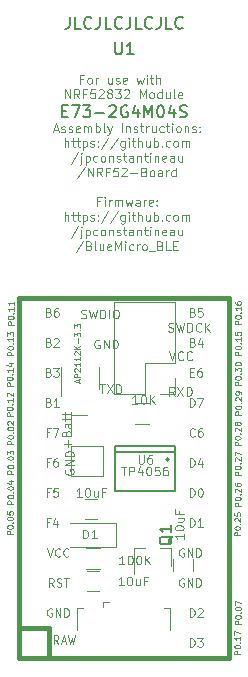
<source format=gbr>
G04 #@! TF.FileFunction,Legend,Top*
%FSLAX46Y46*%
G04 Gerber Fmt 4.6, Leading zero omitted, Abs format (unit mm)*
G04 Created by KiCad (PCBNEW 4.0.7) date 07/20/18 22:40:28*
%MOMM*%
%LPD*%
G01*
G04 APERTURE LIST*
%ADD10C,0.100000*%
%ADD11C,0.125000*%
%ADD12C,0.200000*%
%ADD13C,0.381000*%
%ADD14C,0.120000*%
%ADD15C,0.150000*%
G04 APERTURE END LIST*
D10*
D11*
X103273572Y-108685000D02*
X103630715Y-108685000D01*
X103202144Y-108899286D02*
X103452144Y-108149286D01*
X103702144Y-108899286D01*
X103916429Y-108863571D02*
X103987858Y-108899286D01*
X104130715Y-108899286D01*
X104202143Y-108863571D01*
X104237858Y-108792143D01*
X104237858Y-108756429D01*
X104202143Y-108685000D01*
X104130715Y-108649286D01*
X104023572Y-108649286D01*
X103952143Y-108613571D01*
X103916429Y-108542143D01*
X103916429Y-108506429D01*
X103952143Y-108435000D01*
X104023572Y-108399286D01*
X104130715Y-108399286D01*
X104202143Y-108435000D01*
X104523572Y-108863571D02*
X104595001Y-108899286D01*
X104737858Y-108899286D01*
X104809286Y-108863571D01*
X104845001Y-108792143D01*
X104845001Y-108756429D01*
X104809286Y-108685000D01*
X104737858Y-108649286D01*
X104630715Y-108649286D01*
X104559286Y-108613571D01*
X104523572Y-108542143D01*
X104523572Y-108506429D01*
X104559286Y-108435000D01*
X104630715Y-108399286D01*
X104737858Y-108399286D01*
X104809286Y-108435000D01*
X105452144Y-108863571D02*
X105380715Y-108899286D01*
X105237858Y-108899286D01*
X105166429Y-108863571D01*
X105130715Y-108792143D01*
X105130715Y-108506429D01*
X105166429Y-108435000D01*
X105237858Y-108399286D01*
X105380715Y-108399286D01*
X105452144Y-108435000D01*
X105487858Y-108506429D01*
X105487858Y-108577857D01*
X105130715Y-108649286D01*
X105809286Y-108899286D02*
X105809286Y-108399286D01*
X105809286Y-108470714D02*
X105845001Y-108435000D01*
X105916429Y-108399286D01*
X106023572Y-108399286D01*
X106095001Y-108435000D01*
X106130715Y-108506429D01*
X106130715Y-108899286D01*
X106130715Y-108506429D02*
X106166429Y-108435000D01*
X106237858Y-108399286D01*
X106345001Y-108399286D01*
X106416429Y-108435000D01*
X106452144Y-108506429D01*
X106452144Y-108899286D01*
X106809286Y-108899286D02*
X106809286Y-108149286D01*
X106809286Y-108435000D02*
X106880715Y-108399286D01*
X107023572Y-108399286D01*
X107095001Y-108435000D01*
X107130715Y-108470714D01*
X107166429Y-108542143D01*
X107166429Y-108756429D01*
X107130715Y-108827857D01*
X107095001Y-108863571D01*
X107023572Y-108899286D01*
X106880715Y-108899286D01*
X106809286Y-108863571D01*
X107595000Y-108899286D02*
X107523572Y-108863571D01*
X107487857Y-108792143D01*
X107487857Y-108149286D01*
X107809286Y-108399286D02*
X107987857Y-108899286D01*
X108166429Y-108399286D02*
X107987857Y-108899286D01*
X107916429Y-109077857D01*
X107880714Y-109113571D01*
X107809286Y-109149286D01*
X109023572Y-108899286D02*
X109023572Y-108149286D01*
X109380715Y-108399286D02*
X109380715Y-108899286D01*
X109380715Y-108470714D02*
X109416430Y-108435000D01*
X109487858Y-108399286D01*
X109595001Y-108399286D01*
X109666430Y-108435000D01*
X109702144Y-108506429D01*
X109702144Y-108899286D01*
X110023572Y-108863571D02*
X110095001Y-108899286D01*
X110237858Y-108899286D01*
X110309286Y-108863571D01*
X110345001Y-108792143D01*
X110345001Y-108756429D01*
X110309286Y-108685000D01*
X110237858Y-108649286D01*
X110130715Y-108649286D01*
X110059286Y-108613571D01*
X110023572Y-108542143D01*
X110023572Y-108506429D01*
X110059286Y-108435000D01*
X110130715Y-108399286D01*
X110237858Y-108399286D01*
X110309286Y-108435000D01*
X110559287Y-108399286D02*
X110845001Y-108399286D01*
X110666429Y-108149286D02*
X110666429Y-108792143D01*
X110702144Y-108863571D01*
X110773572Y-108899286D01*
X110845001Y-108899286D01*
X111095000Y-108899286D02*
X111095000Y-108399286D01*
X111095000Y-108542143D02*
X111130715Y-108470714D01*
X111166429Y-108435000D01*
X111237858Y-108399286D01*
X111309286Y-108399286D01*
X111880715Y-108399286D02*
X111880715Y-108899286D01*
X111559286Y-108399286D02*
X111559286Y-108792143D01*
X111595001Y-108863571D01*
X111666429Y-108899286D01*
X111773572Y-108899286D01*
X111845001Y-108863571D01*
X111880715Y-108827857D01*
X112559286Y-108863571D02*
X112487857Y-108899286D01*
X112345000Y-108899286D01*
X112273572Y-108863571D01*
X112237857Y-108827857D01*
X112202143Y-108756429D01*
X112202143Y-108542143D01*
X112237857Y-108470714D01*
X112273572Y-108435000D01*
X112345000Y-108399286D01*
X112487857Y-108399286D01*
X112559286Y-108435000D01*
X112773572Y-108399286D02*
X113059286Y-108399286D01*
X112880714Y-108149286D02*
X112880714Y-108792143D01*
X112916429Y-108863571D01*
X112987857Y-108899286D01*
X113059286Y-108899286D01*
X113309285Y-108899286D02*
X113309285Y-108399286D01*
X113309285Y-108149286D02*
X113273571Y-108185000D01*
X113309285Y-108220714D01*
X113345000Y-108185000D01*
X113309285Y-108149286D01*
X113309285Y-108220714D01*
X113773571Y-108899286D02*
X113702143Y-108863571D01*
X113666428Y-108827857D01*
X113630714Y-108756429D01*
X113630714Y-108542143D01*
X113666428Y-108470714D01*
X113702143Y-108435000D01*
X113773571Y-108399286D01*
X113880714Y-108399286D01*
X113952143Y-108435000D01*
X113987857Y-108470714D01*
X114023571Y-108542143D01*
X114023571Y-108756429D01*
X113987857Y-108827857D01*
X113952143Y-108863571D01*
X113880714Y-108899286D01*
X113773571Y-108899286D01*
X114344999Y-108399286D02*
X114344999Y-108899286D01*
X114344999Y-108470714D02*
X114380714Y-108435000D01*
X114452142Y-108399286D01*
X114559285Y-108399286D01*
X114630714Y-108435000D01*
X114666428Y-108506429D01*
X114666428Y-108899286D01*
X114987856Y-108863571D02*
X115059285Y-108899286D01*
X115202142Y-108899286D01*
X115273570Y-108863571D01*
X115309285Y-108792143D01*
X115309285Y-108756429D01*
X115273570Y-108685000D01*
X115202142Y-108649286D01*
X115094999Y-108649286D01*
X115023570Y-108613571D01*
X114987856Y-108542143D01*
X114987856Y-108506429D01*
X115023570Y-108435000D01*
X115094999Y-108399286D01*
X115202142Y-108399286D01*
X115273570Y-108435000D01*
X115630713Y-108827857D02*
X115666428Y-108863571D01*
X115630713Y-108899286D01*
X115594999Y-108863571D01*
X115630713Y-108827857D01*
X115630713Y-108899286D01*
X115630713Y-108435000D02*
X115666428Y-108470714D01*
X115630713Y-108506429D01*
X115594999Y-108470714D01*
X115630713Y-108435000D01*
X115630713Y-108506429D01*
X104184288Y-110149286D02*
X104184288Y-109399286D01*
X104505717Y-110149286D02*
X104505717Y-109756429D01*
X104470003Y-109685000D01*
X104398574Y-109649286D01*
X104291431Y-109649286D01*
X104220003Y-109685000D01*
X104184288Y-109720714D01*
X104755717Y-109649286D02*
X105041431Y-109649286D01*
X104862859Y-109399286D02*
X104862859Y-110042143D01*
X104898574Y-110113571D01*
X104970002Y-110149286D01*
X105041431Y-110149286D01*
X105184288Y-109649286D02*
X105470002Y-109649286D01*
X105291430Y-109399286D02*
X105291430Y-110042143D01*
X105327145Y-110113571D01*
X105398573Y-110149286D01*
X105470002Y-110149286D01*
X105720001Y-109649286D02*
X105720001Y-110399286D01*
X105720001Y-109685000D02*
X105791430Y-109649286D01*
X105934287Y-109649286D01*
X106005716Y-109685000D01*
X106041430Y-109720714D01*
X106077144Y-109792143D01*
X106077144Y-110006429D01*
X106041430Y-110077857D01*
X106005716Y-110113571D01*
X105934287Y-110149286D01*
X105791430Y-110149286D01*
X105720001Y-110113571D01*
X106362858Y-110113571D02*
X106434287Y-110149286D01*
X106577144Y-110149286D01*
X106648572Y-110113571D01*
X106684287Y-110042143D01*
X106684287Y-110006429D01*
X106648572Y-109935000D01*
X106577144Y-109899286D01*
X106470001Y-109899286D01*
X106398572Y-109863571D01*
X106362858Y-109792143D01*
X106362858Y-109756429D01*
X106398572Y-109685000D01*
X106470001Y-109649286D01*
X106577144Y-109649286D01*
X106648572Y-109685000D01*
X107005715Y-110077857D02*
X107041430Y-110113571D01*
X107005715Y-110149286D01*
X106970001Y-110113571D01*
X107005715Y-110077857D01*
X107005715Y-110149286D01*
X107005715Y-109685000D02*
X107041430Y-109720714D01*
X107005715Y-109756429D01*
X106970001Y-109720714D01*
X107005715Y-109685000D01*
X107005715Y-109756429D01*
X107898573Y-109363571D02*
X107255716Y-110327857D01*
X108684287Y-109363571D02*
X108041430Y-110327857D01*
X109255715Y-109649286D02*
X109255715Y-110256429D01*
X109220001Y-110327857D01*
X109184286Y-110363571D01*
X109112858Y-110399286D01*
X109005715Y-110399286D01*
X108934286Y-110363571D01*
X109255715Y-110113571D02*
X109184286Y-110149286D01*
X109041429Y-110149286D01*
X108970001Y-110113571D01*
X108934286Y-110077857D01*
X108898572Y-110006429D01*
X108898572Y-109792143D01*
X108934286Y-109720714D01*
X108970001Y-109685000D01*
X109041429Y-109649286D01*
X109184286Y-109649286D01*
X109255715Y-109685000D01*
X109612857Y-110149286D02*
X109612857Y-109649286D01*
X109612857Y-109399286D02*
X109577143Y-109435000D01*
X109612857Y-109470714D01*
X109648572Y-109435000D01*
X109612857Y-109399286D01*
X109612857Y-109470714D01*
X109862858Y-109649286D02*
X110148572Y-109649286D01*
X109970000Y-109399286D02*
X109970000Y-110042143D01*
X110005715Y-110113571D01*
X110077143Y-110149286D01*
X110148572Y-110149286D01*
X110398571Y-110149286D02*
X110398571Y-109399286D01*
X110720000Y-110149286D02*
X110720000Y-109756429D01*
X110684286Y-109685000D01*
X110612857Y-109649286D01*
X110505714Y-109649286D01*
X110434286Y-109685000D01*
X110398571Y-109720714D01*
X111398571Y-109649286D02*
X111398571Y-110149286D01*
X111077142Y-109649286D02*
X111077142Y-110042143D01*
X111112857Y-110113571D01*
X111184285Y-110149286D01*
X111291428Y-110149286D01*
X111362857Y-110113571D01*
X111398571Y-110077857D01*
X111755713Y-110149286D02*
X111755713Y-109399286D01*
X111755713Y-109685000D02*
X111827142Y-109649286D01*
X111969999Y-109649286D01*
X112041428Y-109685000D01*
X112077142Y-109720714D01*
X112112856Y-109792143D01*
X112112856Y-110006429D01*
X112077142Y-110077857D01*
X112041428Y-110113571D01*
X111969999Y-110149286D01*
X111827142Y-110149286D01*
X111755713Y-110113571D01*
X112434284Y-110077857D02*
X112469999Y-110113571D01*
X112434284Y-110149286D01*
X112398570Y-110113571D01*
X112434284Y-110077857D01*
X112434284Y-110149286D01*
X113112856Y-110113571D02*
X113041427Y-110149286D01*
X112898570Y-110149286D01*
X112827142Y-110113571D01*
X112791427Y-110077857D01*
X112755713Y-110006429D01*
X112755713Y-109792143D01*
X112791427Y-109720714D01*
X112827142Y-109685000D01*
X112898570Y-109649286D01*
X113041427Y-109649286D01*
X113112856Y-109685000D01*
X113541427Y-110149286D02*
X113469999Y-110113571D01*
X113434284Y-110077857D01*
X113398570Y-110006429D01*
X113398570Y-109792143D01*
X113434284Y-109720714D01*
X113469999Y-109685000D01*
X113541427Y-109649286D01*
X113648570Y-109649286D01*
X113719999Y-109685000D01*
X113755713Y-109720714D01*
X113791427Y-109792143D01*
X113791427Y-110006429D01*
X113755713Y-110077857D01*
X113719999Y-110113571D01*
X113648570Y-110149286D01*
X113541427Y-110149286D01*
X114112855Y-110149286D02*
X114112855Y-109649286D01*
X114112855Y-109720714D02*
X114148570Y-109685000D01*
X114219998Y-109649286D01*
X114327141Y-109649286D01*
X114398570Y-109685000D01*
X114434284Y-109756429D01*
X114434284Y-110149286D01*
X114434284Y-109756429D02*
X114469998Y-109685000D01*
X114541427Y-109649286D01*
X114648570Y-109649286D01*
X114719998Y-109685000D01*
X114755713Y-109756429D01*
X114755713Y-110149286D01*
X105345003Y-110613571D02*
X104702146Y-111577857D01*
X105595002Y-110899286D02*
X105595002Y-111542143D01*
X105559288Y-111613571D01*
X105487860Y-111649286D01*
X105452145Y-111649286D01*
X105595002Y-110649286D02*
X105559288Y-110685000D01*
X105595002Y-110720714D01*
X105630717Y-110685000D01*
X105595002Y-110649286D01*
X105595002Y-110720714D01*
X105952145Y-110899286D02*
X105952145Y-111649286D01*
X105952145Y-110935000D02*
X106023574Y-110899286D01*
X106166431Y-110899286D01*
X106237860Y-110935000D01*
X106273574Y-110970714D01*
X106309288Y-111042143D01*
X106309288Y-111256429D01*
X106273574Y-111327857D01*
X106237860Y-111363571D01*
X106166431Y-111399286D01*
X106023574Y-111399286D01*
X105952145Y-111363571D01*
X106952145Y-111363571D02*
X106880716Y-111399286D01*
X106737859Y-111399286D01*
X106666431Y-111363571D01*
X106630716Y-111327857D01*
X106595002Y-111256429D01*
X106595002Y-111042143D01*
X106630716Y-110970714D01*
X106666431Y-110935000D01*
X106737859Y-110899286D01*
X106880716Y-110899286D01*
X106952145Y-110935000D01*
X107380716Y-111399286D02*
X107309288Y-111363571D01*
X107273573Y-111327857D01*
X107237859Y-111256429D01*
X107237859Y-111042143D01*
X107273573Y-110970714D01*
X107309288Y-110935000D01*
X107380716Y-110899286D01*
X107487859Y-110899286D01*
X107559288Y-110935000D01*
X107595002Y-110970714D01*
X107630716Y-111042143D01*
X107630716Y-111256429D01*
X107595002Y-111327857D01*
X107559288Y-111363571D01*
X107487859Y-111399286D01*
X107380716Y-111399286D01*
X107952144Y-110899286D02*
X107952144Y-111399286D01*
X107952144Y-110970714D02*
X107987859Y-110935000D01*
X108059287Y-110899286D01*
X108166430Y-110899286D01*
X108237859Y-110935000D01*
X108273573Y-111006429D01*
X108273573Y-111399286D01*
X108595001Y-111363571D02*
X108666430Y-111399286D01*
X108809287Y-111399286D01*
X108880715Y-111363571D01*
X108916430Y-111292143D01*
X108916430Y-111256429D01*
X108880715Y-111185000D01*
X108809287Y-111149286D01*
X108702144Y-111149286D01*
X108630715Y-111113571D01*
X108595001Y-111042143D01*
X108595001Y-111006429D01*
X108630715Y-110935000D01*
X108702144Y-110899286D01*
X108809287Y-110899286D01*
X108880715Y-110935000D01*
X109130716Y-110899286D02*
X109416430Y-110899286D01*
X109237858Y-110649286D02*
X109237858Y-111292143D01*
X109273573Y-111363571D01*
X109345001Y-111399286D01*
X109416430Y-111399286D01*
X109987858Y-111399286D02*
X109987858Y-111006429D01*
X109952144Y-110935000D01*
X109880715Y-110899286D01*
X109737858Y-110899286D01*
X109666429Y-110935000D01*
X109987858Y-111363571D02*
X109916429Y-111399286D01*
X109737858Y-111399286D01*
X109666429Y-111363571D01*
X109630715Y-111292143D01*
X109630715Y-111220714D01*
X109666429Y-111149286D01*
X109737858Y-111113571D01*
X109916429Y-111113571D01*
X109987858Y-111077857D01*
X110345000Y-110899286D02*
X110345000Y-111399286D01*
X110345000Y-110970714D02*
X110380715Y-110935000D01*
X110452143Y-110899286D01*
X110559286Y-110899286D01*
X110630715Y-110935000D01*
X110666429Y-111006429D01*
X110666429Y-111399286D01*
X110916429Y-110899286D02*
X111202143Y-110899286D01*
X111023571Y-110649286D02*
X111023571Y-111292143D01*
X111059286Y-111363571D01*
X111130714Y-111399286D01*
X111202143Y-111399286D01*
X111452142Y-111399286D02*
X111452142Y-110899286D01*
X111452142Y-110649286D02*
X111416428Y-110685000D01*
X111452142Y-110720714D01*
X111487857Y-110685000D01*
X111452142Y-110649286D01*
X111452142Y-110720714D01*
X111809285Y-110899286D02*
X111809285Y-111399286D01*
X111809285Y-110970714D02*
X111845000Y-110935000D01*
X111916428Y-110899286D01*
X112023571Y-110899286D01*
X112095000Y-110935000D01*
X112130714Y-111006429D01*
X112130714Y-111399286D01*
X112773571Y-111363571D02*
X112702142Y-111399286D01*
X112559285Y-111399286D01*
X112487856Y-111363571D01*
X112452142Y-111292143D01*
X112452142Y-111006429D01*
X112487856Y-110935000D01*
X112559285Y-110899286D01*
X112702142Y-110899286D01*
X112773571Y-110935000D01*
X112809285Y-111006429D01*
X112809285Y-111077857D01*
X112452142Y-111149286D01*
X113452142Y-111399286D02*
X113452142Y-111006429D01*
X113416428Y-110935000D01*
X113344999Y-110899286D01*
X113202142Y-110899286D01*
X113130713Y-110935000D01*
X113452142Y-111363571D02*
X113380713Y-111399286D01*
X113202142Y-111399286D01*
X113130713Y-111363571D01*
X113094999Y-111292143D01*
X113094999Y-111220714D01*
X113130713Y-111149286D01*
X113202142Y-111113571D01*
X113380713Y-111113571D01*
X113452142Y-111077857D01*
X114130713Y-110899286D02*
X114130713Y-111399286D01*
X113809284Y-110899286D02*
X113809284Y-111292143D01*
X113844999Y-111363571D01*
X113916427Y-111399286D01*
X114023570Y-111399286D01*
X114094999Y-111363571D01*
X114130713Y-111327857D01*
X105898573Y-111863571D02*
X105255716Y-112827857D01*
X106148572Y-112649286D02*
X106148572Y-111899286D01*
X106577144Y-112649286D01*
X106577144Y-111899286D01*
X107362858Y-112649286D02*
X107112858Y-112292143D01*
X106934286Y-112649286D02*
X106934286Y-111899286D01*
X107220001Y-111899286D01*
X107291429Y-111935000D01*
X107327144Y-111970714D01*
X107362858Y-112042143D01*
X107362858Y-112149286D01*
X107327144Y-112220714D01*
X107291429Y-112256429D01*
X107220001Y-112292143D01*
X106934286Y-112292143D01*
X107934286Y-112256429D02*
X107684286Y-112256429D01*
X107684286Y-112649286D02*
X107684286Y-111899286D01*
X108041429Y-111899286D01*
X108684286Y-111899286D02*
X108327143Y-111899286D01*
X108291429Y-112256429D01*
X108327143Y-112220714D01*
X108398572Y-112185000D01*
X108577143Y-112185000D01*
X108648572Y-112220714D01*
X108684286Y-112256429D01*
X108720001Y-112327857D01*
X108720001Y-112506429D01*
X108684286Y-112577857D01*
X108648572Y-112613571D01*
X108577143Y-112649286D01*
X108398572Y-112649286D01*
X108327143Y-112613571D01*
X108291429Y-112577857D01*
X109005715Y-111970714D02*
X109041429Y-111935000D01*
X109112858Y-111899286D01*
X109291429Y-111899286D01*
X109362858Y-111935000D01*
X109398572Y-111970714D01*
X109434287Y-112042143D01*
X109434287Y-112113571D01*
X109398572Y-112220714D01*
X108970001Y-112649286D01*
X109434287Y-112649286D01*
X109755715Y-112363571D02*
X110327144Y-112363571D01*
X110934286Y-112256429D02*
X111041429Y-112292143D01*
X111077144Y-112327857D01*
X111112858Y-112399286D01*
X111112858Y-112506429D01*
X111077144Y-112577857D01*
X111041429Y-112613571D01*
X110970001Y-112649286D01*
X110684286Y-112649286D01*
X110684286Y-111899286D01*
X110934286Y-111899286D01*
X111005715Y-111935000D01*
X111041429Y-111970714D01*
X111077144Y-112042143D01*
X111077144Y-112113571D01*
X111041429Y-112185000D01*
X111005715Y-112220714D01*
X110934286Y-112256429D01*
X110684286Y-112256429D01*
X111541429Y-112649286D02*
X111470001Y-112613571D01*
X111434286Y-112577857D01*
X111398572Y-112506429D01*
X111398572Y-112292143D01*
X111434286Y-112220714D01*
X111470001Y-112185000D01*
X111541429Y-112149286D01*
X111648572Y-112149286D01*
X111720001Y-112185000D01*
X111755715Y-112220714D01*
X111791429Y-112292143D01*
X111791429Y-112506429D01*
X111755715Y-112577857D01*
X111720001Y-112613571D01*
X111648572Y-112649286D01*
X111541429Y-112649286D01*
X112434286Y-112649286D02*
X112434286Y-112256429D01*
X112398572Y-112185000D01*
X112327143Y-112149286D01*
X112184286Y-112149286D01*
X112112857Y-112185000D01*
X112434286Y-112613571D02*
X112362857Y-112649286D01*
X112184286Y-112649286D01*
X112112857Y-112613571D01*
X112077143Y-112542143D01*
X112077143Y-112470714D01*
X112112857Y-112399286D01*
X112184286Y-112363571D01*
X112362857Y-112363571D01*
X112434286Y-112327857D01*
X112791428Y-112649286D02*
X112791428Y-112149286D01*
X112791428Y-112292143D02*
X112827143Y-112220714D01*
X112862857Y-112185000D01*
X112934286Y-112149286D01*
X113005714Y-112149286D01*
X113577143Y-112649286D02*
X113577143Y-111899286D01*
X113577143Y-112613571D02*
X113505714Y-112649286D01*
X113362857Y-112649286D01*
X113291429Y-112613571D01*
X113255714Y-112577857D01*
X113220000Y-112506429D01*
X113220000Y-112292143D01*
X113255714Y-112220714D01*
X113291429Y-112185000D01*
X113362857Y-112149286D01*
X113505714Y-112149286D01*
X113577143Y-112185000D01*
X107202143Y-114756429D02*
X106952143Y-114756429D01*
X106952143Y-115149286D02*
X106952143Y-114399286D01*
X107309286Y-114399286D01*
X107595000Y-115149286D02*
X107595000Y-114649286D01*
X107595000Y-114399286D02*
X107559286Y-114435000D01*
X107595000Y-114470714D01*
X107630715Y-114435000D01*
X107595000Y-114399286D01*
X107595000Y-114470714D01*
X107952143Y-115149286D02*
X107952143Y-114649286D01*
X107952143Y-114792143D02*
X107987858Y-114720714D01*
X108023572Y-114685000D01*
X108095001Y-114649286D01*
X108166429Y-114649286D01*
X108416429Y-115149286D02*
X108416429Y-114649286D01*
X108416429Y-114720714D02*
X108452144Y-114685000D01*
X108523572Y-114649286D01*
X108630715Y-114649286D01*
X108702144Y-114685000D01*
X108737858Y-114756429D01*
X108737858Y-115149286D01*
X108737858Y-114756429D02*
X108773572Y-114685000D01*
X108845001Y-114649286D01*
X108952144Y-114649286D01*
X109023572Y-114685000D01*
X109059287Y-114756429D01*
X109059287Y-115149286D01*
X109345001Y-114649286D02*
X109487858Y-115149286D01*
X109630715Y-114792143D01*
X109773572Y-115149286D01*
X109916429Y-114649286D01*
X110523572Y-115149286D02*
X110523572Y-114756429D01*
X110487858Y-114685000D01*
X110416429Y-114649286D01*
X110273572Y-114649286D01*
X110202143Y-114685000D01*
X110523572Y-115113571D02*
X110452143Y-115149286D01*
X110273572Y-115149286D01*
X110202143Y-115113571D01*
X110166429Y-115042143D01*
X110166429Y-114970714D01*
X110202143Y-114899286D01*
X110273572Y-114863571D01*
X110452143Y-114863571D01*
X110523572Y-114827857D01*
X110880714Y-115149286D02*
X110880714Y-114649286D01*
X110880714Y-114792143D02*
X110916429Y-114720714D01*
X110952143Y-114685000D01*
X111023572Y-114649286D01*
X111095000Y-114649286D01*
X111630715Y-115113571D02*
X111559286Y-115149286D01*
X111416429Y-115149286D01*
X111345000Y-115113571D01*
X111309286Y-115042143D01*
X111309286Y-114756429D01*
X111345000Y-114685000D01*
X111416429Y-114649286D01*
X111559286Y-114649286D01*
X111630715Y-114685000D01*
X111666429Y-114756429D01*
X111666429Y-114827857D01*
X111309286Y-114899286D01*
X111987857Y-115077857D02*
X112023572Y-115113571D01*
X111987857Y-115149286D01*
X111952143Y-115113571D01*
X111987857Y-115077857D01*
X111987857Y-115149286D01*
X111987857Y-114685000D02*
X112023572Y-114720714D01*
X111987857Y-114756429D01*
X111952143Y-114720714D01*
X111987857Y-114685000D01*
X111987857Y-114756429D01*
X104184288Y-116399286D02*
X104184288Y-115649286D01*
X104505717Y-116399286D02*
X104505717Y-116006429D01*
X104470003Y-115935000D01*
X104398574Y-115899286D01*
X104291431Y-115899286D01*
X104220003Y-115935000D01*
X104184288Y-115970714D01*
X104755717Y-115899286D02*
X105041431Y-115899286D01*
X104862859Y-115649286D02*
X104862859Y-116292143D01*
X104898574Y-116363571D01*
X104970002Y-116399286D01*
X105041431Y-116399286D01*
X105184288Y-115899286D02*
X105470002Y-115899286D01*
X105291430Y-115649286D02*
X105291430Y-116292143D01*
X105327145Y-116363571D01*
X105398573Y-116399286D01*
X105470002Y-116399286D01*
X105720001Y-115899286D02*
X105720001Y-116649286D01*
X105720001Y-115935000D02*
X105791430Y-115899286D01*
X105934287Y-115899286D01*
X106005716Y-115935000D01*
X106041430Y-115970714D01*
X106077144Y-116042143D01*
X106077144Y-116256429D01*
X106041430Y-116327857D01*
X106005716Y-116363571D01*
X105934287Y-116399286D01*
X105791430Y-116399286D01*
X105720001Y-116363571D01*
X106362858Y-116363571D02*
X106434287Y-116399286D01*
X106577144Y-116399286D01*
X106648572Y-116363571D01*
X106684287Y-116292143D01*
X106684287Y-116256429D01*
X106648572Y-116185000D01*
X106577144Y-116149286D01*
X106470001Y-116149286D01*
X106398572Y-116113571D01*
X106362858Y-116042143D01*
X106362858Y-116006429D01*
X106398572Y-115935000D01*
X106470001Y-115899286D01*
X106577144Y-115899286D01*
X106648572Y-115935000D01*
X107005715Y-116327857D02*
X107041430Y-116363571D01*
X107005715Y-116399286D01*
X106970001Y-116363571D01*
X107005715Y-116327857D01*
X107005715Y-116399286D01*
X107005715Y-115935000D02*
X107041430Y-115970714D01*
X107005715Y-116006429D01*
X106970001Y-115970714D01*
X107005715Y-115935000D01*
X107005715Y-116006429D01*
X107898573Y-115613571D02*
X107255716Y-116577857D01*
X108684287Y-115613571D02*
X108041430Y-116577857D01*
X109255715Y-115899286D02*
X109255715Y-116506429D01*
X109220001Y-116577857D01*
X109184286Y-116613571D01*
X109112858Y-116649286D01*
X109005715Y-116649286D01*
X108934286Y-116613571D01*
X109255715Y-116363571D02*
X109184286Y-116399286D01*
X109041429Y-116399286D01*
X108970001Y-116363571D01*
X108934286Y-116327857D01*
X108898572Y-116256429D01*
X108898572Y-116042143D01*
X108934286Y-115970714D01*
X108970001Y-115935000D01*
X109041429Y-115899286D01*
X109184286Y-115899286D01*
X109255715Y-115935000D01*
X109612857Y-116399286D02*
X109612857Y-115899286D01*
X109612857Y-115649286D02*
X109577143Y-115685000D01*
X109612857Y-115720714D01*
X109648572Y-115685000D01*
X109612857Y-115649286D01*
X109612857Y-115720714D01*
X109862858Y-115899286D02*
X110148572Y-115899286D01*
X109970000Y-115649286D02*
X109970000Y-116292143D01*
X110005715Y-116363571D01*
X110077143Y-116399286D01*
X110148572Y-116399286D01*
X110398571Y-116399286D02*
X110398571Y-115649286D01*
X110720000Y-116399286D02*
X110720000Y-116006429D01*
X110684286Y-115935000D01*
X110612857Y-115899286D01*
X110505714Y-115899286D01*
X110434286Y-115935000D01*
X110398571Y-115970714D01*
X111398571Y-115899286D02*
X111398571Y-116399286D01*
X111077142Y-115899286D02*
X111077142Y-116292143D01*
X111112857Y-116363571D01*
X111184285Y-116399286D01*
X111291428Y-116399286D01*
X111362857Y-116363571D01*
X111398571Y-116327857D01*
X111755713Y-116399286D02*
X111755713Y-115649286D01*
X111755713Y-115935000D02*
X111827142Y-115899286D01*
X111969999Y-115899286D01*
X112041428Y-115935000D01*
X112077142Y-115970714D01*
X112112856Y-116042143D01*
X112112856Y-116256429D01*
X112077142Y-116327857D01*
X112041428Y-116363571D01*
X111969999Y-116399286D01*
X111827142Y-116399286D01*
X111755713Y-116363571D01*
X112434284Y-116327857D02*
X112469999Y-116363571D01*
X112434284Y-116399286D01*
X112398570Y-116363571D01*
X112434284Y-116327857D01*
X112434284Y-116399286D01*
X113112856Y-116363571D02*
X113041427Y-116399286D01*
X112898570Y-116399286D01*
X112827142Y-116363571D01*
X112791427Y-116327857D01*
X112755713Y-116256429D01*
X112755713Y-116042143D01*
X112791427Y-115970714D01*
X112827142Y-115935000D01*
X112898570Y-115899286D01*
X113041427Y-115899286D01*
X113112856Y-115935000D01*
X113541427Y-116399286D02*
X113469999Y-116363571D01*
X113434284Y-116327857D01*
X113398570Y-116256429D01*
X113398570Y-116042143D01*
X113434284Y-115970714D01*
X113469999Y-115935000D01*
X113541427Y-115899286D01*
X113648570Y-115899286D01*
X113719999Y-115935000D01*
X113755713Y-115970714D01*
X113791427Y-116042143D01*
X113791427Y-116256429D01*
X113755713Y-116327857D01*
X113719999Y-116363571D01*
X113648570Y-116399286D01*
X113541427Y-116399286D01*
X114112855Y-116399286D02*
X114112855Y-115899286D01*
X114112855Y-115970714D02*
X114148570Y-115935000D01*
X114219998Y-115899286D01*
X114327141Y-115899286D01*
X114398570Y-115935000D01*
X114434284Y-116006429D01*
X114434284Y-116399286D01*
X114434284Y-116006429D02*
X114469998Y-115935000D01*
X114541427Y-115899286D01*
X114648570Y-115899286D01*
X114719998Y-115935000D01*
X114755713Y-116006429D01*
X114755713Y-116399286D01*
X105345003Y-116863571D02*
X104702146Y-117827857D01*
X105595002Y-117149286D02*
X105595002Y-117792143D01*
X105559288Y-117863571D01*
X105487860Y-117899286D01*
X105452145Y-117899286D01*
X105595002Y-116899286D02*
X105559288Y-116935000D01*
X105595002Y-116970714D01*
X105630717Y-116935000D01*
X105595002Y-116899286D01*
X105595002Y-116970714D01*
X105952145Y-117149286D02*
X105952145Y-117899286D01*
X105952145Y-117185000D02*
X106023574Y-117149286D01*
X106166431Y-117149286D01*
X106237860Y-117185000D01*
X106273574Y-117220714D01*
X106309288Y-117292143D01*
X106309288Y-117506429D01*
X106273574Y-117577857D01*
X106237860Y-117613571D01*
X106166431Y-117649286D01*
X106023574Y-117649286D01*
X105952145Y-117613571D01*
X106952145Y-117613571D02*
X106880716Y-117649286D01*
X106737859Y-117649286D01*
X106666431Y-117613571D01*
X106630716Y-117577857D01*
X106595002Y-117506429D01*
X106595002Y-117292143D01*
X106630716Y-117220714D01*
X106666431Y-117185000D01*
X106737859Y-117149286D01*
X106880716Y-117149286D01*
X106952145Y-117185000D01*
X107380716Y-117649286D02*
X107309288Y-117613571D01*
X107273573Y-117577857D01*
X107237859Y-117506429D01*
X107237859Y-117292143D01*
X107273573Y-117220714D01*
X107309288Y-117185000D01*
X107380716Y-117149286D01*
X107487859Y-117149286D01*
X107559288Y-117185000D01*
X107595002Y-117220714D01*
X107630716Y-117292143D01*
X107630716Y-117506429D01*
X107595002Y-117577857D01*
X107559288Y-117613571D01*
X107487859Y-117649286D01*
X107380716Y-117649286D01*
X107952144Y-117149286D02*
X107952144Y-117649286D01*
X107952144Y-117220714D02*
X107987859Y-117185000D01*
X108059287Y-117149286D01*
X108166430Y-117149286D01*
X108237859Y-117185000D01*
X108273573Y-117256429D01*
X108273573Y-117649286D01*
X108595001Y-117613571D02*
X108666430Y-117649286D01*
X108809287Y-117649286D01*
X108880715Y-117613571D01*
X108916430Y-117542143D01*
X108916430Y-117506429D01*
X108880715Y-117435000D01*
X108809287Y-117399286D01*
X108702144Y-117399286D01*
X108630715Y-117363571D01*
X108595001Y-117292143D01*
X108595001Y-117256429D01*
X108630715Y-117185000D01*
X108702144Y-117149286D01*
X108809287Y-117149286D01*
X108880715Y-117185000D01*
X109130716Y-117149286D02*
X109416430Y-117149286D01*
X109237858Y-116899286D02*
X109237858Y-117542143D01*
X109273573Y-117613571D01*
X109345001Y-117649286D01*
X109416430Y-117649286D01*
X109987858Y-117649286D02*
X109987858Y-117256429D01*
X109952144Y-117185000D01*
X109880715Y-117149286D01*
X109737858Y-117149286D01*
X109666429Y-117185000D01*
X109987858Y-117613571D02*
X109916429Y-117649286D01*
X109737858Y-117649286D01*
X109666429Y-117613571D01*
X109630715Y-117542143D01*
X109630715Y-117470714D01*
X109666429Y-117399286D01*
X109737858Y-117363571D01*
X109916429Y-117363571D01*
X109987858Y-117327857D01*
X110345000Y-117149286D02*
X110345000Y-117649286D01*
X110345000Y-117220714D02*
X110380715Y-117185000D01*
X110452143Y-117149286D01*
X110559286Y-117149286D01*
X110630715Y-117185000D01*
X110666429Y-117256429D01*
X110666429Y-117649286D01*
X110916429Y-117149286D02*
X111202143Y-117149286D01*
X111023571Y-116899286D02*
X111023571Y-117542143D01*
X111059286Y-117613571D01*
X111130714Y-117649286D01*
X111202143Y-117649286D01*
X111452142Y-117649286D02*
X111452142Y-117149286D01*
X111452142Y-116899286D02*
X111416428Y-116935000D01*
X111452142Y-116970714D01*
X111487857Y-116935000D01*
X111452142Y-116899286D01*
X111452142Y-116970714D01*
X111809285Y-117149286D02*
X111809285Y-117649286D01*
X111809285Y-117220714D02*
X111845000Y-117185000D01*
X111916428Y-117149286D01*
X112023571Y-117149286D01*
X112095000Y-117185000D01*
X112130714Y-117256429D01*
X112130714Y-117649286D01*
X112773571Y-117613571D02*
X112702142Y-117649286D01*
X112559285Y-117649286D01*
X112487856Y-117613571D01*
X112452142Y-117542143D01*
X112452142Y-117256429D01*
X112487856Y-117185000D01*
X112559285Y-117149286D01*
X112702142Y-117149286D01*
X112773571Y-117185000D01*
X112809285Y-117256429D01*
X112809285Y-117327857D01*
X112452142Y-117399286D01*
X113452142Y-117649286D02*
X113452142Y-117256429D01*
X113416428Y-117185000D01*
X113344999Y-117149286D01*
X113202142Y-117149286D01*
X113130713Y-117185000D01*
X113452142Y-117613571D02*
X113380713Y-117649286D01*
X113202142Y-117649286D01*
X113130713Y-117613571D01*
X113094999Y-117542143D01*
X113094999Y-117470714D01*
X113130713Y-117399286D01*
X113202142Y-117363571D01*
X113380713Y-117363571D01*
X113452142Y-117327857D01*
X114130713Y-117149286D02*
X114130713Y-117649286D01*
X113809284Y-117149286D02*
X113809284Y-117542143D01*
X113844999Y-117613571D01*
X113916427Y-117649286D01*
X114023570Y-117649286D01*
X114094999Y-117613571D01*
X114130713Y-117577857D01*
X105755715Y-118113571D02*
X105112858Y-119077857D01*
X106255714Y-118506429D02*
X106362857Y-118542143D01*
X106398572Y-118577857D01*
X106434286Y-118649286D01*
X106434286Y-118756429D01*
X106398572Y-118827857D01*
X106362857Y-118863571D01*
X106291429Y-118899286D01*
X106005714Y-118899286D01*
X106005714Y-118149286D01*
X106255714Y-118149286D01*
X106327143Y-118185000D01*
X106362857Y-118220714D01*
X106398572Y-118292143D01*
X106398572Y-118363571D01*
X106362857Y-118435000D01*
X106327143Y-118470714D01*
X106255714Y-118506429D01*
X106005714Y-118506429D01*
X106862857Y-118899286D02*
X106791429Y-118863571D01*
X106755714Y-118792143D01*
X106755714Y-118149286D01*
X107470000Y-118399286D02*
X107470000Y-118899286D01*
X107148571Y-118399286D02*
X107148571Y-118792143D01*
X107184286Y-118863571D01*
X107255714Y-118899286D01*
X107362857Y-118899286D01*
X107434286Y-118863571D01*
X107470000Y-118827857D01*
X108112857Y-118863571D02*
X108041428Y-118899286D01*
X107898571Y-118899286D01*
X107827142Y-118863571D01*
X107791428Y-118792143D01*
X107791428Y-118506429D01*
X107827142Y-118435000D01*
X107898571Y-118399286D01*
X108041428Y-118399286D01*
X108112857Y-118435000D01*
X108148571Y-118506429D01*
X108148571Y-118577857D01*
X107791428Y-118649286D01*
X108469999Y-118899286D02*
X108469999Y-118149286D01*
X108719999Y-118685000D01*
X108969999Y-118149286D01*
X108969999Y-118899286D01*
X109327142Y-118899286D02*
X109327142Y-118399286D01*
X109327142Y-118149286D02*
X109291428Y-118185000D01*
X109327142Y-118220714D01*
X109362857Y-118185000D01*
X109327142Y-118149286D01*
X109327142Y-118220714D01*
X110005714Y-118863571D02*
X109934285Y-118899286D01*
X109791428Y-118899286D01*
X109720000Y-118863571D01*
X109684285Y-118827857D01*
X109648571Y-118756429D01*
X109648571Y-118542143D01*
X109684285Y-118470714D01*
X109720000Y-118435000D01*
X109791428Y-118399286D01*
X109934285Y-118399286D01*
X110005714Y-118435000D01*
X110327142Y-118899286D02*
X110327142Y-118399286D01*
X110327142Y-118542143D02*
X110362857Y-118470714D01*
X110398571Y-118435000D01*
X110470000Y-118399286D01*
X110541428Y-118399286D01*
X110898571Y-118899286D02*
X110827143Y-118863571D01*
X110791428Y-118827857D01*
X110755714Y-118756429D01*
X110755714Y-118542143D01*
X110791428Y-118470714D01*
X110827143Y-118435000D01*
X110898571Y-118399286D01*
X111005714Y-118399286D01*
X111077143Y-118435000D01*
X111112857Y-118470714D01*
X111148571Y-118542143D01*
X111148571Y-118756429D01*
X111112857Y-118827857D01*
X111077143Y-118863571D01*
X111005714Y-118899286D01*
X110898571Y-118899286D01*
X111291428Y-118970714D02*
X111862857Y-118970714D01*
X112291428Y-118506429D02*
X112398571Y-118542143D01*
X112434286Y-118577857D01*
X112470000Y-118649286D01*
X112470000Y-118756429D01*
X112434286Y-118827857D01*
X112398571Y-118863571D01*
X112327143Y-118899286D01*
X112041428Y-118899286D01*
X112041428Y-118149286D01*
X112291428Y-118149286D01*
X112362857Y-118185000D01*
X112398571Y-118220714D01*
X112434286Y-118292143D01*
X112434286Y-118363571D01*
X112398571Y-118435000D01*
X112362857Y-118470714D01*
X112291428Y-118506429D01*
X112041428Y-118506429D01*
X113148571Y-118899286D02*
X112791428Y-118899286D01*
X112791428Y-118149286D01*
X113398571Y-118506429D02*
X113648571Y-118506429D01*
X113755714Y-118899286D02*
X113398571Y-118899286D01*
X113398571Y-118149286D01*
X113755714Y-118149286D01*
D10*
X105759286Y-104423929D02*
X105509286Y-104423929D01*
X105509286Y-104816786D02*
X105509286Y-104066786D01*
X105866429Y-104066786D01*
X106259286Y-104816786D02*
X106187858Y-104781071D01*
X106152143Y-104745357D01*
X106116429Y-104673929D01*
X106116429Y-104459643D01*
X106152143Y-104388214D01*
X106187858Y-104352500D01*
X106259286Y-104316786D01*
X106366429Y-104316786D01*
X106437858Y-104352500D01*
X106473572Y-104388214D01*
X106509286Y-104459643D01*
X106509286Y-104673929D01*
X106473572Y-104745357D01*
X106437858Y-104781071D01*
X106366429Y-104816786D01*
X106259286Y-104816786D01*
X106830714Y-104816786D02*
X106830714Y-104316786D01*
X106830714Y-104459643D02*
X106866429Y-104388214D01*
X106902143Y-104352500D01*
X106973572Y-104316786D01*
X107045000Y-104316786D01*
X108187858Y-104316786D02*
X108187858Y-104816786D01*
X107866429Y-104316786D02*
X107866429Y-104709643D01*
X107902144Y-104781071D01*
X107973572Y-104816786D01*
X108080715Y-104816786D01*
X108152144Y-104781071D01*
X108187858Y-104745357D01*
X108509286Y-104781071D02*
X108580715Y-104816786D01*
X108723572Y-104816786D01*
X108795000Y-104781071D01*
X108830715Y-104709643D01*
X108830715Y-104673929D01*
X108795000Y-104602500D01*
X108723572Y-104566786D01*
X108616429Y-104566786D01*
X108545000Y-104531071D01*
X108509286Y-104459643D01*
X108509286Y-104423929D01*
X108545000Y-104352500D01*
X108616429Y-104316786D01*
X108723572Y-104316786D01*
X108795000Y-104352500D01*
X109437858Y-104781071D02*
X109366429Y-104816786D01*
X109223572Y-104816786D01*
X109152143Y-104781071D01*
X109116429Y-104709643D01*
X109116429Y-104423929D01*
X109152143Y-104352500D01*
X109223572Y-104316786D01*
X109366429Y-104316786D01*
X109437858Y-104352500D01*
X109473572Y-104423929D01*
X109473572Y-104495357D01*
X109116429Y-104566786D01*
X110295001Y-104316786D02*
X110437858Y-104816786D01*
X110580715Y-104459643D01*
X110723572Y-104816786D01*
X110866429Y-104316786D01*
X111152143Y-104816786D02*
X111152143Y-104316786D01*
X111152143Y-104066786D02*
X111116429Y-104102500D01*
X111152143Y-104138214D01*
X111187858Y-104102500D01*
X111152143Y-104066786D01*
X111152143Y-104138214D01*
X111402144Y-104316786D02*
X111687858Y-104316786D01*
X111509286Y-104066786D02*
X111509286Y-104709643D01*
X111545001Y-104781071D01*
X111616429Y-104816786D01*
X111687858Y-104816786D01*
X111937857Y-104816786D02*
X111937857Y-104066786D01*
X112259286Y-104816786D02*
X112259286Y-104423929D01*
X112223572Y-104352500D01*
X112152143Y-104316786D01*
X112045000Y-104316786D01*
X111973572Y-104352500D01*
X111937857Y-104388214D01*
X104223571Y-106041786D02*
X104223571Y-105291786D01*
X104652143Y-106041786D01*
X104652143Y-105291786D01*
X105437857Y-106041786D02*
X105187857Y-105684643D01*
X105009285Y-106041786D02*
X105009285Y-105291786D01*
X105295000Y-105291786D01*
X105366428Y-105327500D01*
X105402143Y-105363214D01*
X105437857Y-105434643D01*
X105437857Y-105541786D01*
X105402143Y-105613214D01*
X105366428Y-105648929D01*
X105295000Y-105684643D01*
X105009285Y-105684643D01*
X106009285Y-105648929D02*
X105759285Y-105648929D01*
X105759285Y-106041786D02*
X105759285Y-105291786D01*
X106116428Y-105291786D01*
X106759285Y-105291786D02*
X106402142Y-105291786D01*
X106366428Y-105648929D01*
X106402142Y-105613214D01*
X106473571Y-105577500D01*
X106652142Y-105577500D01*
X106723571Y-105613214D01*
X106759285Y-105648929D01*
X106795000Y-105720357D01*
X106795000Y-105898929D01*
X106759285Y-105970357D01*
X106723571Y-106006071D01*
X106652142Y-106041786D01*
X106473571Y-106041786D01*
X106402142Y-106006071D01*
X106366428Y-105970357D01*
X107080714Y-105363214D02*
X107116428Y-105327500D01*
X107187857Y-105291786D01*
X107366428Y-105291786D01*
X107437857Y-105327500D01*
X107473571Y-105363214D01*
X107509286Y-105434643D01*
X107509286Y-105506071D01*
X107473571Y-105613214D01*
X107045000Y-106041786D01*
X107509286Y-106041786D01*
X107937857Y-105613214D02*
X107866429Y-105577500D01*
X107830714Y-105541786D01*
X107795000Y-105470357D01*
X107795000Y-105434643D01*
X107830714Y-105363214D01*
X107866429Y-105327500D01*
X107937857Y-105291786D01*
X108080714Y-105291786D01*
X108152143Y-105327500D01*
X108187857Y-105363214D01*
X108223572Y-105434643D01*
X108223572Y-105470357D01*
X108187857Y-105541786D01*
X108152143Y-105577500D01*
X108080714Y-105613214D01*
X107937857Y-105613214D01*
X107866429Y-105648929D01*
X107830714Y-105684643D01*
X107795000Y-105756071D01*
X107795000Y-105898929D01*
X107830714Y-105970357D01*
X107866429Y-106006071D01*
X107937857Y-106041786D01*
X108080714Y-106041786D01*
X108152143Y-106006071D01*
X108187857Y-105970357D01*
X108223572Y-105898929D01*
X108223572Y-105756071D01*
X108187857Y-105684643D01*
X108152143Y-105648929D01*
X108080714Y-105613214D01*
X108473572Y-105291786D02*
X108937858Y-105291786D01*
X108687858Y-105577500D01*
X108795000Y-105577500D01*
X108866429Y-105613214D01*
X108902143Y-105648929D01*
X108937858Y-105720357D01*
X108937858Y-105898929D01*
X108902143Y-105970357D01*
X108866429Y-106006071D01*
X108795000Y-106041786D01*
X108580715Y-106041786D01*
X108509286Y-106006071D01*
X108473572Y-105970357D01*
X109223572Y-105363214D02*
X109259286Y-105327500D01*
X109330715Y-105291786D01*
X109509286Y-105291786D01*
X109580715Y-105327500D01*
X109616429Y-105363214D01*
X109652144Y-105434643D01*
X109652144Y-105506071D01*
X109616429Y-105613214D01*
X109187858Y-106041786D01*
X109652144Y-106041786D01*
X110545001Y-106041786D02*
X110545001Y-105291786D01*
X110795001Y-105827500D01*
X111045001Y-105291786D01*
X111045001Y-106041786D01*
X111509287Y-106041786D02*
X111437859Y-106006071D01*
X111402144Y-105970357D01*
X111366430Y-105898929D01*
X111366430Y-105684643D01*
X111402144Y-105613214D01*
X111437859Y-105577500D01*
X111509287Y-105541786D01*
X111616430Y-105541786D01*
X111687859Y-105577500D01*
X111723573Y-105613214D01*
X111759287Y-105684643D01*
X111759287Y-105898929D01*
X111723573Y-105970357D01*
X111687859Y-106006071D01*
X111616430Y-106041786D01*
X111509287Y-106041786D01*
X112402144Y-106041786D02*
X112402144Y-105291786D01*
X112402144Y-106006071D02*
X112330715Y-106041786D01*
X112187858Y-106041786D01*
X112116430Y-106006071D01*
X112080715Y-105970357D01*
X112045001Y-105898929D01*
X112045001Y-105684643D01*
X112080715Y-105613214D01*
X112116430Y-105577500D01*
X112187858Y-105541786D01*
X112330715Y-105541786D01*
X112402144Y-105577500D01*
X113080715Y-105541786D02*
X113080715Y-106041786D01*
X112759286Y-105541786D02*
X112759286Y-105934643D01*
X112795001Y-106006071D01*
X112866429Y-106041786D01*
X112973572Y-106041786D01*
X113045001Y-106006071D01*
X113080715Y-105970357D01*
X113545000Y-106041786D02*
X113473572Y-106006071D01*
X113437857Y-105934643D01*
X113437857Y-105291786D01*
X114116429Y-106006071D02*
X114045000Y-106041786D01*
X113902143Y-106041786D01*
X113830714Y-106006071D01*
X113795000Y-105934643D01*
X113795000Y-105648929D01*
X113830714Y-105577500D01*
X113902143Y-105541786D01*
X114045000Y-105541786D01*
X114116429Y-105577500D01*
X114152143Y-105648929D01*
X114152143Y-105720357D01*
X113795000Y-105791786D01*
X99776190Y-132924284D02*
X99276190Y-132924284D01*
X99276190Y-132733808D01*
X99300000Y-132686189D01*
X99323810Y-132662380D01*
X99371429Y-132638570D01*
X99442857Y-132638570D01*
X99490476Y-132662380D01*
X99514286Y-132686189D01*
X99538095Y-132733808D01*
X99538095Y-132924284D01*
X99276190Y-132329046D02*
X99276190Y-132281427D01*
X99300000Y-132233808D01*
X99323810Y-132209999D01*
X99371429Y-132186189D01*
X99466667Y-132162380D01*
X99585714Y-132162380D01*
X99680952Y-132186189D01*
X99728571Y-132209999D01*
X99752381Y-132233808D01*
X99776190Y-132281427D01*
X99776190Y-132329046D01*
X99752381Y-132376665D01*
X99728571Y-132400475D01*
X99680952Y-132424284D01*
X99585714Y-132448094D01*
X99466667Y-132448094D01*
X99371429Y-132424284D01*
X99323810Y-132400475D01*
X99300000Y-132376665D01*
X99276190Y-132329046D01*
X99728571Y-131948094D02*
X99752381Y-131924285D01*
X99776190Y-131948094D01*
X99752381Y-131971904D01*
X99728571Y-131948094D01*
X99776190Y-131948094D01*
X99776190Y-131448095D02*
X99776190Y-131733809D01*
X99776190Y-131590952D02*
X99276190Y-131590952D01*
X99347619Y-131638571D01*
X99395238Y-131686190D01*
X99419048Y-131733809D01*
X99323810Y-131257619D02*
X99300000Y-131233809D01*
X99276190Y-131186190D01*
X99276190Y-131067143D01*
X99300000Y-131019524D01*
X99323810Y-130995714D01*
X99371429Y-130971905D01*
X99419048Y-130971905D01*
X99490476Y-130995714D01*
X99776190Y-131281428D01*
X99776190Y-130971905D01*
X99786190Y-130384284D02*
X99286190Y-130384284D01*
X99286190Y-130193808D01*
X99310000Y-130146189D01*
X99333810Y-130122380D01*
X99381429Y-130098570D01*
X99452857Y-130098570D01*
X99500476Y-130122380D01*
X99524286Y-130146189D01*
X99548095Y-130193808D01*
X99548095Y-130384284D01*
X99286190Y-129789046D02*
X99286190Y-129741427D01*
X99310000Y-129693808D01*
X99333810Y-129669999D01*
X99381429Y-129646189D01*
X99476667Y-129622380D01*
X99595714Y-129622380D01*
X99690952Y-129646189D01*
X99738571Y-129669999D01*
X99762381Y-129693808D01*
X99786190Y-129741427D01*
X99786190Y-129789046D01*
X99762381Y-129836665D01*
X99738571Y-129860475D01*
X99690952Y-129884284D01*
X99595714Y-129908094D01*
X99476667Y-129908094D01*
X99381429Y-129884284D01*
X99333810Y-129860475D01*
X99310000Y-129836665D01*
X99286190Y-129789046D01*
X99738571Y-129408094D02*
X99762381Y-129384285D01*
X99786190Y-129408094D01*
X99762381Y-129431904D01*
X99738571Y-129408094D01*
X99786190Y-129408094D01*
X99786190Y-128908095D02*
X99786190Y-129193809D01*
X99786190Y-129050952D02*
X99286190Y-129050952D01*
X99357619Y-129098571D01*
X99405238Y-129146190D01*
X99429048Y-129193809D01*
X99452857Y-128479524D02*
X99786190Y-128479524D01*
X99262381Y-128598571D02*
X99619524Y-128717619D01*
X99619524Y-128408095D01*
X99846190Y-127784284D02*
X99346190Y-127784284D01*
X99346190Y-127593808D01*
X99370000Y-127546189D01*
X99393810Y-127522380D01*
X99441429Y-127498570D01*
X99512857Y-127498570D01*
X99560476Y-127522380D01*
X99584286Y-127546189D01*
X99608095Y-127593808D01*
X99608095Y-127784284D01*
X99346190Y-127189046D02*
X99346190Y-127141427D01*
X99370000Y-127093808D01*
X99393810Y-127069999D01*
X99441429Y-127046189D01*
X99536667Y-127022380D01*
X99655714Y-127022380D01*
X99750952Y-127046189D01*
X99798571Y-127069999D01*
X99822381Y-127093808D01*
X99846190Y-127141427D01*
X99846190Y-127189046D01*
X99822381Y-127236665D01*
X99798571Y-127260475D01*
X99750952Y-127284284D01*
X99655714Y-127308094D01*
X99536667Y-127308094D01*
X99441429Y-127284284D01*
X99393810Y-127260475D01*
X99370000Y-127236665D01*
X99346190Y-127189046D01*
X99798571Y-126808094D02*
X99822381Y-126784285D01*
X99846190Y-126808094D01*
X99822381Y-126831904D01*
X99798571Y-126808094D01*
X99846190Y-126808094D01*
X99846190Y-126308095D02*
X99846190Y-126593809D01*
X99846190Y-126450952D02*
X99346190Y-126450952D01*
X99417619Y-126498571D01*
X99465238Y-126546190D01*
X99489048Y-126593809D01*
X99346190Y-126141428D02*
X99346190Y-125831905D01*
X99536667Y-125998571D01*
X99536667Y-125927143D01*
X99560476Y-125879524D01*
X99584286Y-125855714D01*
X99631905Y-125831905D01*
X99750952Y-125831905D01*
X99798571Y-125855714D01*
X99822381Y-125879524D01*
X99846190Y-125927143D01*
X99846190Y-126070000D01*
X99822381Y-126117619D01*
X99798571Y-126141428D01*
X119096190Y-140554284D02*
X118596190Y-140554284D01*
X118596190Y-140363808D01*
X118620000Y-140316189D01*
X118643810Y-140292380D01*
X118691429Y-140268570D01*
X118762857Y-140268570D01*
X118810476Y-140292380D01*
X118834286Y-140316189D01*
X118858095Y-140363808D01*
X118858095Y-140554284D01*
X118596190Y-139959046D02*
X118596190Y-139911427D01*
X118620000Y-139863808D01*
X118643810Y-139839999D01*
X118691429Y-139816189D01*
X118786667Y-139792380D01*
X118905714Y-139792380D01*
X119000952Y-139816189D01*
X119048571Y-139839999D01*
X119072381Y-139863808D01*
X119096190Y-139911427D01*
X119096190Y-139959046D01*
X119072381Y-140006665D01*
X119048571Y-140030475D01*
X119000952Y-140054284D01*
X118905714Y-140078094D01*
X118786667Y-140078094D01*
X118691429Y-140054284D01*
X118643810Y-140030475D01*
X118620000Y-140006665D01*
X118596190Y-139959046D01*
X119048571Y-139578094D02*
X119072381Y-139554285D01*
X119096190Y-139578094D01*
X119072381Y-139601904D01*
X119048571Y-139578094D01*
X119096190Y-139578094D01*
X118643810Y-139363809D02*
X118620000Y-139339999D01*
X118596190Y-139292380D01*
X118596190Y-139173333D01*
X118620000Y-139125714D01*
X118643810Y-139101904D01*
X118691429Y-139078095D01*
X118739048Y-139078095D01*
X118810476Y-139101904D01*
X119096190Y-139387618D01*
X119096190Y-139078095D01*
X118596190Y-138649524D02*
X118596190Y-138744762D01*
X118620000Y-138792381D01*
X118643810Y-138816190D01*
X118715238Y-138863809D01*
X118810476Y-138887619D01*
X119000952Y-138887619D01*
X119048571Y-138863809D01*
X119072381Y-138840000D01*
X119096190Y-138792381D01*
X119096190Y-138697143D01*
X119072381Y-138649524D01*
X119048571Y-138625714D01*
X119000952Y-138601905D01*
X118881905Y-138601905D01*
X118834286Y-138625714D01*
X118810476Y-138649524D01*
X118786667Y-138697143D01*
X118786667Y-138792381D01*
X118810476Y-138840000D01*
X118834286Y-138863809D01*
X118881905Y-138887619D01*
X119046190Y-143044284D02*
X118546190Y-143044284D01*
X118546190Y-142853808D01*
X118570000Y-142806189D01*
X118593810Y-142782380D01*
X118641429Y-142758570D01*
X118712857Y-142758570D01*
X118760476Y-142782380D01*
X118784286Y-142806189D01*
X118808095Y-142853808D01*
X118808095Y-143044284D01*
X118546190Y-142449046D02*
X118546190Y-142401427D01*
X118570000Y-142353808D01*
X118593810Y-142329999D01*
X118641429Y-142306189D01*
X118736667Y-142282380D01*
X118855714Y-142282380D01*
X118950952Y-142306189D01*
X118998571Y-142329999D01*
X119022381Y-142353808D01*
X119046190Y-142401427D01*
X119046190Y-142449046D01*
X119022381Y-142496665D01*
X118998571Y-142520475D01*
X118950952Y-142544284D01*
X118855714Y-142568094D01*
X118736667Y-142568094D01*
X118641429Y-142544284D01*
X118593810Y-142520475D01*
X118570000Y-142496665D01*
X118546190Y-142449046D01*
X118998571Y-142068094D02*
X119022381Y-142044285D01*
X119046190Y-142068094D01*
X119022381Y-142091904D01*
X118998571Y-142068094D01*
X119046190Y-142068094D01*
X118593810Y-141853809D02*
X118570000Y-141829999D01*
X118546190Y-141782380D01*
X118546190Y-141663333D01*
X118570000Y-141615714D01*
X118593810Y-141591904D01*
X118641429Y-141568095D01*
X118689048Y-141568095D01*
X118760476Y-141591904D01*
X119046190Y-141877618D01*
X119046190Y-141568095D01*
X118546190Y-141115714D02*
X118546190Y-141353809D01*
X118784286Y-141377619D01*
X118760476Y-141353809D01*
X118736667Y-141306190D01*
X118736667Y-141187143D01*
X118760476Y-141139524D01*
X118784286Y-141115714D01*
X118831905Y-141091905D01*
X118950952Y-141091905D01*
X118998571Y-141115714D01*
X119022381Y-141139524D01*
X119046190Y-141187143D01*
X119046190Y-141306190D01*
X119022381Y-141353809D01*
X118998571Y-141377619D01*
X99806190Y-142944284D02*
X99306190Y-142944284D01*
X99306190Y-142753808D01*
X99330000Y-142706189D01*
X99353810Y-142682380D01*
X99401429Y-142658570D01*
X99472857Y-142658570D01*
X99520476Y-142682380D01*
X99544286Y-142706189D01*
X99568095Y-142753808D01*
X99568095Y-142944284D01*
X99306190Y-142349046D02*
X99306190Y-142301427D01*
X99330000Y-142253808D01*
X99353810Y-142229999D01*
X99401429Y-142206189D01*
X99496667Y-142182380D01*
X99615714Y-142182380D01*
X99710952Y-142206189D01*
X99758571Y-142229999D01*
X99782381Y-142253808D01*
X99806190Y-142301427D01*
X99806190Y-142349046D01*
X99782381Y-142396665D01*
X99758571Y-142420475D01*
X99710952Y-142444284D01*
X99615714Y-142468094D01*
X99496667Y-142468094D01*
X99401429Y-142444284D01*
X99353810Y-142420475D01*
X99330000Y-142396665D01*
X99306190Y-142349046D01*
X99758571Y-141968094D02*
X99782381Y-141944285D01*
X99806190Y-141968094D01*
X99782381Y-141991904D01*
X99758571Y-141968094D01*
X99806190Y-141968094D01*
X99306190Y-141634761D02*
X99306190Y-141587142D01*
X99330000Y-141539523D01*
X99353810Y-141515714D01*
X99401429Y-141491904D01*
X99496667Y-141468095D01*
X99615714Y-141468095D01*
X99710952Y-141491904D01*
X99758571Y-141515714D01*
X99782381Y-141539523D01*
X99806190Y-141587142D01*
X99806190Y-141634761D01*
X99782381Y-141682380D01*
X99758571Y-141706190D01*
X99710952Y-141729999D01*
X99615714Y-141753809D01*
X99496667Y-141753809D01*
X99401429Y-141729999D01*
X99353810Y-141706190D01*
X99330000Y-141682380D01*
X99306190Y-141634761D01*
X99306190Y-141015714D02*
X99306190Y-141253809D01*
X99544286Y-141277619D01*
X99520476Y-141253809D01*
X99496667Y-141206190D01*
X99496667Y-141087143D01*
X99520476Y-141039524D01*
X99544286Y-141015714D01*
X99591905Y-140991905D01*
X99710952Y-140991905D01*
X99758571Y-141015714D01*
X99782381Y-141039524D01*
X99806190Y-141087143D01*
X99806190Y-141206190D01*
X99782381Y-141253809D01*
X99758571Y-141277619D01*
X99846190Y-140374284D02*
X99346190Y-140374284D01*
X99346190Y-140183808D01*
X99370000Y-140136189D01*
X99393810Y-140112380D01*
X99441429Y-140088570D01*
X99512857Y-140088570D01*
X99560476Y-140112380D01*
X99584286Y-140136189D01*
X99608095Y-140183808D01*
X99608095Y-140374284D01*
X99346190Y-139779046D02*
X99346190Y-139731427D01*
X99370000Y-139683808D01*
X99393810Y-139659999D01*
X99441429Y-139636189D01*
X99536667Y-139612380D01*
X99655714Y-139612380D01*
X99750952Y-139636189D01*
X99798571Y-139659999D01*
X99822381Y-139683808D01*
X99846190Y-139731427D01*
X99846190Y-139779046D01*
X99822381Y-139826665D01*
X99798571Y-139850475D01*
X99750952Y-139874284D01*
X99655714Y-139898094D01*
X99536667Y-139898094D01*
X99441429Y-139874284D01*
X99393810Y-139850475D01*
X99370000Y-139826665D01*
X99346190Y-139779046D01*
X99798571Y-139398094D02*
X99822381Y-139374285D01*
X99846190Y-139398094D01*
X99822381Y-139421904D01*
X99798571Y-139398094D01*
X99846190Y-139398094D01*
X99346190Y-139064761D02*
X99346190Y-139017142D01*
X99370000Y-138969523D01*
X99393810Y-138945714D01*
X99441429Y-138921904D01*
X99536667Y-138898095D01*
X99655714Y-138898095D01*
X99750952Y-138921904D01*
X99798571Y-138945714D01*
X99822381Y-138969523D01*
X99846190Y-139017142D01*
X99846190Y-139064761D01*
X99822381Y-139112380D01*
X99798571Y-139136190D01*
X99750952Y-139159999D01*
X99655714Y-139183809D01*
X99536667Y-139183809D01*
X99441429Y-139159999D01*
X99393810Y-139136190D01*
X99370000Y-139112380D01*
X99346190Y-139064761D01*
X99512857Y-138469524D02*
X99846190Y-138469524D01*
X99322381Y-138588571D02*
X99679524Y-138707619D01*
X99679524Y-138398095D01*
X99846190Y-137824284D02*
X99346190Y-137824284D01*
X99346190Y-137633808D01*
X99370000Y-137586189D01*
X99393810Y-137562380D01*
X99441429Y-137538570D01*
X99512857Y-137538570D01*
X99560476Y-137562380D01*
X99584286Y-137586189D01*
X99608095Y-137633808D01*
X99608095Y-137824284D01*
X99346190Y-137229046D02*
X99346190Y-137181427D01*
X99370000Y-137133808D01*
X99393810Y-137109999D01*
X99441429Y-137086189D01*
X99536667Y-137062380D01*
X99655714Y-137062380D01*
X99750952Y-137086189D01*
X99798571Y-137109999D01*
X99822381Y-137133808D01*
X99846190Y-137181427D01*
X99846190Y-137229046D01*
X99822381Y-137276665D01*
X99798571Y-137300475D01*
X99750952Y-137324284D01*
X99655714Y-137348094D01*
X99536667Y-137348094D01*
X99441429Y-137324284D01*
X99393810Y-137300475D01*
X99370000Y-137276665D01*
X99346190Y-137229046D01*
X99798571Y-136848094D02*
X99822381Y-136824285D01*
X99846190Y-136848094D01*
X99822381Y-136871904D01*
X99798571Y-136848094D01*
X99846190Y-136848094D01*
X99346190Y-136514761D02*
X99346190Y-136467142D01*
X99370000Y-136419523D01*
X99393810Y-136395714D01*
X99441429Y-136371904D01*
X99536667Y-136348095D01*
X99655714Y-136348095D01*
X99750952Y-136371904D01*
X99798571Y-136395714D01*
X99822381Y-136419523D01*
X99846190Y-136467142D01*
X99846190Y-136514761D01*
X99822381Y-136562380D01*
X99798571Y-136586190D01*
X99750952Y-136609999D01*
X99655714Y-136633809D01*
X99536667Y-136633809D01*
X99441429Y-136609999D01*
X99393810Y-136586190D01*
X99370000Y-136562380D01*
X99346190Y-136514761D01*
X99346190Y-136181428D02*
X99346190Y-135871905D01*
X99536667Y-136038571D01*
X99536667Y-135967143D01*
X99560476Y-135919524D01*
X99584286Y-135895714D01*
X99631905Y-135871905D01*
X99750952Y-135871905D01*
X99798571Y-135895714D01*
X99822381Y-135919524D01*
X99846190Y-135967143D01*
X99846190Y-136110000D01*
X99822381Y-136157619D01*
X99798571Y-136181428D01*
X99846190Y-135324284D02*
X99346190Y-135324284D01*
X99346190Y-135133808D01*
X99370000Y-135086189D01*
X99393810Y-135062380D01*
X99441429Y-135038570D01*
X99512857Y-135038570D01*
X99560476Y-135062380D01*
X99584286Y-135086189D01*
X99608095Y-135133808D01*
X99608095Y-135324284D01*
X99346190Y-134729046D02*
X99346190Y-134681427D01*
X99370000Y-134633808D01*
X99393810Y-134609999D01*
X99441429Y-134586189D01*
X99536667Y-134562380D01*
X99655714Y-134562380D01*
X99750952Y-134586189D01*
X99798571Y-134609999D01*
X99822381Y-134633808D01*
X99846190Y-134681427D01*
X99846190Y-134729046D01*
X99822381Y-134776665D01*
X99798571Y-134800475D01*
X99750952Y-134824284D01*
X99655714Y-134848094D01*
X99536667Y-134848094D01*
X99441429Y-134824284D01*
X99393810Y-134800475D01*
X99370000Y-134776665D01*
X99346190Y-134729046D01*
X99798571Y-134348094D02*
X99822381Y-134324285D01*
X99846190Y-134348094D01*
X99822381Y-134371904D01*
X99798571Y-134348094D01*
X99846190Y-134348094D01*
X99346190Y-134014761D02*
X99346190Y-133967142D01*
X99370000Y-133919523D01*
X99393810Y-133895714D01*
X99441429Y-133871904D01*
X99536667Y-133848095D01*
X99655714Y-133848095D01*
X99750952Y-133871904D01*
X99798571Y-133895714D01*
X99822381Y-133919523D01*
X99846190Y-133967142D01*
X99846190Y-134014761D01*
X99822381Y-134062380D01*
X99798571Y-134086190D01*
X99750952Y-134109999D01*
X99655714Y-134133809D01*
X99536667Y-134133809D01*
X99441429Y-134109999D01*
X99393810Y-134086190D01*
X99370000Y-134062380D01*
X99346190Y-134014761D01*
X99393810Y-133657619D02*
X99370000Y-133633809D01*
X99346190Y-133586190D01*
X99346190Y-133467143D01*
X99370000Y-133419524D01*
X99393810Y-133395714D01*
X99441429Y-133371905D01*
X99489048Y-133371905D01*
X99560476Y-133395714D01*
X99846190Y-133681428D01*
X99846190Y-133371905D01*
X99866190Y-125214284D02*
X99366190Y-125214284D01*
X99366190Y-125023808D01*
X99390000Y-124976189D01*
X99413810Y-124952380D01*
X99461429Y-124928570D01*
X99532857Y-124928570D01*
X99580476Y-124952380D01*
X99604286Y-124976189D01*
X99628095Y-125023808D01*
X99628095Y-125214284D01*
X99366190Y-124619046D02*
X99366190Y-124571427D01*
X99390000Y-124523808D01*
X99413810Y-124499999D01*
X99461429Y-124476189D01*
X99556667Y-124452380D01*
X99675714Y-124452380D01*
X99770952Y-124476189D01*
X99818571Y-124499999D01*
X99842381Y-124523808D01*
X99866190Y-124571427D01*
X99866190Y-124619046D01*
X99842381Y-124666665D01*
X99818571Y-124690475D01*
X99770952Y-124714284D01*
X99675714Y-124738094D01*
X99556667Y-124738094D01*
X99461429Y-124714284D01*
X99413810Y-124690475D01*
X99390000Y-124666665D01*
X99366190Y-124619046D01*
X99818571Y-124238094D02*
X99842381Y-124214285D01*
X99866190Y-124238094D01*
X99842381Y-124261904D01*
X99818571Y-124238094D01*
X99866190Y-124238094D01*
X99866190Y-123738095D02*
X99866190Y-124023809D01*
X99866190Y-123880952D02*
X99366190Y-123880952D01*
X99437619Y-123928571D01*
X99485238Y-123976190D01*
X99509048Y-124023809D01*
X99866190Y-123261905D02*
X99866190Y-123547619D01*
X99866190Y-123404762D02*
X99366190Y-123404762D01*
X99437619Y-123452381D01*
X99485238Y-123500000D01*
X99509048Y-123547619D01*
X119106190Y-125164284D02*
X118606190Y-125164284D01*
X118606190Y-124973808D01*
X118630000Y-124926189D01*
X118653810Y-124902380D01*
X118701429Y-124878570D01*
X118772857Y-124878570D01*
X118820476Y-124902380D01*
X118844286Y-124926189D01*
X118868095Y-124973808D01*
X118868095Y-125164284D01*
X118606190Y-124569046D02*
X118606190Y-124521427D01*
X118630000Y-124473808D01*
X118653810Y-124449999D01*
X118701429Y-124426189D01*
X118796667Y-124402380D01*
X118915714Y-124402380D01*
X119010952Y-124426189D01*
X119058571Y-124449999D01*
X119082381Y-124473808D01*
X119106190Y-124521427D01*
X119106190Y-124569046D01*
X119082381Y-124616665D01*
X119058571Y-124640475D01*
X119010952Y-124664284D01*
X118915714Y-124688094D01*
X118796667Y-124688094D01*
X118701429Y-124664284D01*
X118653810Y-124640475D01*
X118630000Y-124616665D01*
X118606190Y-124569046D01*
X119058571Y-124188094D02*
X119082381Y-124164285D01*
X119106190Y-124188094D01*
X119082381Y-124211904D01*
X119058571Y-124188094D01*
X119106190Y-124188094D01*
X119106190Y-123688095D02*
X119106190Y-123973809D01*
X119106190Y-123830952D02*
X118606190Y-123830952D01*
X118677619Y-123878571D01*
X118725238Y-123926190D01*
X118749048Y-123973809D01*
X118606190Y-123259524D02*
X118606190Y-123354762D01*
X118630000Y-123402381D01*
X118653810Y-123426190D01*
X118725238Y-123473809D01*
X118820476Y-123497619D01*
X119010952Y-123497619D01*
X119058571Y-123473809D01*
X119082381Y-123450000D01*
X119106190Y-123402381D01*
X119106190Y-123307143D01*
X119082381Y-123259524D01*
X119058571Y-123235714D01*
X119010952Y-123211905D01*
X118891905Y-123211905D01*
X118844286Y-123235714D01*
X118820476Y-123259524D01*
X118796667Y-123307143D01*
X118796667Y-123402381D01*
X118820476Y-123450000D01*
X118844286Y-123473809D01*
X118891905Y-123497619D01*
X119106190Y-127764284D02*
X118606190Y-127764284D01*
X118606190Y-127573808D01*
X118630000Y-127526189D01*
X118653810Y-127502380D01*
X118701429Y-127478570D01*
X118772857Y-127478570D01*
X118820476Y-127502380D01*
X118844286Y-127526189D01*
X118868095Y-127573808D01*
X118868095Y-127764284D01*
X118606190Y-127169046D02*
X118606190Y-127121427D01*
X118630000Y-127073808D01*
X118653810Y-127049999D01*
X118701429Y-127026189D01*
X118796667Y-127002380D01*
X118915714Y-127002380D01*
X119010952Y-127026189D01*
X119058571Y-127049999D01*
X119082381Y-127073808D01*
X119106190Y-127121427D01*
X119106190Y-127169046D01*
X119082381Y-127216665D01*
X119058571Y-127240475D01*
X119010952Y-127264284D01*
X118915714Y-127288094D01*
X118796667Y-127288094D01*
X118701429Y-127264284D01*
X118653810Y-127240475D01*
X118630000Y-127216665D01*
X118606190Y-127169046D01*
X119058571Y-126788094D02*
X119082381Y-126764285D01*
X119106190Y-126788094D01*
X119082381Y-126811904D01*
X119058571Y-126788094D01*
X119106190Y-126788094D01*
X119106190Y-126288095D02*
X119106190Y-126573809D01*
X119106190Y-126430952D02*
X118606190Y-126430952D01*
X118677619Y-126478571D01*
X118725238Y-126526190D01*
X118749048Y-126573809D01*
X118606190Y-125835714D02*
X118606190Y-126073809D01*
X118844286Y-126097619D01*
X118820476Y-126073809D01*
X118796667Y-126026190D01*
X118796667Y-125907143D01*
X118820476Y-125859524D01*
X118844286Y-125835714D01*
X118891905Y-125811905D01*
X119010952Y-125811905D01*
X119058571Y-125835714D01*
X119082381Y-125859524D01*
X119106190Y-125907143D01*
X119106190Y-126026190D01*
X119082381Y-126073809D01*
X119058571Y-126097619D01*
X119116190Y-130324284D02*
X118616190Y-130324284D01*
X118616190Y-130133808D01*
X118640000Y-130086189D01*
X118663810Y-130062380D01*
X118711429Y-130038570D01*
X118782857Y-130038570D01*
X118830476Y-130062380D01*
X118854286Y-130086189D01*
X118878095Y-130133808D01*
X118878095Y-130324284D01*
X118616190Y-129729046D02*
X118616190Y-129681427D01*
X118640000Y-129633808D01*
X118663810Y-129609999D01*
X118711429Y-129586189D01*
X118806667Y-129562380D01*
X118925714Y-129562380D01*
X119020952Y-129586189D01*
X119068571Y-129609999D01*
X119092381Y-129633808D01*
X119116190Y-129681427D01*
X119116190Y-129729046D01*
X119092381Y-129776665D01*
X119068571Y-129800475D01*
X119020952Y-129824284D01*
X118925714Y-129848094D01*
X118806667Y-129848094D01*
X118711429Y-129824284D01*
X118663810Y-129800475D01*
X118640000Y-129776665D01*
X118616190Y-129729046D01*
X119068571Y-129348094D02*
X119092381Y-129324285D01*
X119116190Y-129348094D01*
X119092381Y-129371904D01*
X119068571Y-129348094D01*
X119116190Y-129348094D01*
X118616190Y-129157618D02*
X118616190Y-128848095D01*
X118806667Y-129014761D01*
X118806667Y-128943333D01*
X118830476Y-128895714D01*
X118854286Y-128871904D01*
X118901905Y-128848095D01*
X119020952Y-128848095D01*
X119068571Y-128871904D01*
X119092381Y-128895714D01*
X119116190Y-128943333D01*
X119116190Y-129086190D01*
X119092381Y-129133809D01*
X119068571Y-129157618D01*
X118616190Y-128538571D02*
X118616190Y-128490952D01*
X118640000Y-128443333D01*
X118663810Y-128419524D01*
X118711429Y-128395714D01*
X118806667Y-128371905D01*
X118925714Y-128371905D01*
X119020952Y-128395714D01*
X119068571Y-128419524D01*
X119092381Y-128443333D01*
X119116190Y-128490952D01*
X119116190Y-128538571D01*
X119092381Y-128586190D01*
X119068571Y-128610000D01*
X119020952Y-128633809D01*
X118925714Y-128657619D01*
X118806667Y-128657619D01*
X118711429Y-128633809D01*
X118663810Y-128610000D01*
X118640000Y-128586190D01*
X118616190Y-128538571D01*
X119136190Y-132814284D02*
X118636190Y-132814284D01*
X118636190Y-132623808D01*
X118660000Y-132576189D01*
X118683810Y-132552380D01*
X118731429Y-132528570D01*
X118802857Y-132528570D01*
X118850476Y-132552380D01*
X118874286Y-132576189D01*
X118898095Y-132623808D01*
X118898095Y-132814284D01*
X118636190Y-132219046D02*
X118636190Y-132171427D01*
X118660000Y-132123808D01*
X118683810Y-132099999D01*
X118731429Y-132076189D01*
X118826667Y-132052380D01*
X118945714Y-132052380D01*
X119040952Y-132076189D01*
X119088571Y-132099999D01*
X119112381Y-132123808D01*
X119136190Y-132171427D01*
X119136190Y-132219046D01*
X119112381Y-132266665D01*
X119088571Y-132290475D01*
X119040952Y-132314284D01*
X118945714Y-132338094D01*
X118826667Y-132338094D01*
X118731429Y-132314284D01*
X118683810Y-132290475D01*
X118660000Y-132266665D01*
X118636190Y-132219046D01*
X119088571Y-131838094D02*
X119112381Y-131814285D01*
X119136190Y-131838094D01*
X119112381Y-131861904D01*
X119088571Y-131838094D01*
X119136190Y-131838094D01*
X118683810Y-131623809D02*
X118660000Y-131599999D01*
X118636190Y-131552380D01*
X118636190Y-131433333D01*
X118660000Y-131385714D01*
X118683810Y-131361904D01*
X118731429Y-131338095D01*
X118779048Y-131338095D01*
X118850476Y-131361904D01*
X119136190Y-131647618D01*
X119136190Y-131338095D01*
X119136190Y-131100000D02*
X119136190Y-131004762D01*
X119112381Y-130957143D01*
X119088571Y-130933333D01*
X119017143Y-130885714D01*
X118921905Y-130861905D01*
X118731429Y-130861905D01*
X118683810Y-130885714D01*
X118660000Y-130909524D01*
X118636190Y-130957143D01*
X118636190Y-131052381D01*
X118660000Y-131100000D01*
X118683810Y-131123809D01*
X118731429Y-131147619D01*
X118850476Y-131147619D01*
X118898095Y-131123809D01*
X118921905Y-131100000D01*
X118945714Y-131052381D01*
X118945714Y-130957143D01*
X118921905Y-130909524D01*
X118898095Y-130885714D01*
X118850476Y-130861905D01*
X119076190Y-135404284D02*
X118576190Y-135404284D01*
X118576190Y-135213808D01*
X118600000Y-135166189D01*
X118623810Y-135142380D01*
X118671429Y-135118570D01*
X118742857Y-135118570D01*
X118790476Y-135142380D01*
X118814286Y-135166189D01*
X118838095Y-135213808D01*
X118838095Y-135404284D01*
X118576190Y-134809046D02*
X118576190Y-134761427D01*
X118600000Y-134713808D01*
X118623810Y-134689999D01*
X118671429Y-134666189D01*
X118766667Y-134642380D01*
X118885714Y-134642380D01*
X118980952Y-134666189D01*
X119028571Y-134689999D01*
X119052381Y-134713808D01*
X119076190Y-134761427D01*
X119076190Y-134809046D01*
X119052381Y-134856665D01*
X119028571Y-134880475D01*
X118980952Y-134904284D01*
X118885714Y-134928094D01*
X118766667Y-134928094D01*
X118671429Y-134904284D01*
X118623810Y-134880475D01*
X118600000Y-134856665D01*
X118576190Y-134809046D01*
X119028571Y-134428094D02*
X119052381Y-134404285D01*
X119076190Y-134428094D01*
X119052381Y-134451904D01*
X119028571Y-134428094D01*
X119076190Y-134428094D01*
X118623810Y-134213809D02*
X118600000Y-134189999D01*
X118576190Y-134142380D01*
X118576190Y-134023333D01*
X118600000Y-133975714D01*
X118623810Y-133951904D01*
X118671429Y-133928095D01*
X118719048Y-133928095D01*
X118790476Y-133951904D01*
X119076190Y-134237618D01*
X119076190Y-133928095D01*
X118790476Y-133642381D02*
X118766667Y-133690000D01*
X118742857Y-133713809D01*
X118695238Y-133737619D01*
X118671429Y-133737619D01*
X118623810Y-133713809D01*
X118600000Y-133690000D01*
X118576190Y-133642381D01*
X118576190Y-133547143D01*
X118600000Y-133499524D01*
X118623810Y-133475714D01*
X118671429Y-133451905D01*
X118695238Y-133451905D01*
X118742857Y-133475714D01*
X118766667Y-133499524D01*
X118790476Y-133547143D01*
X118790476Y-133642381D01*
X118814286Y-133690000D01*
X118838095Y-133713809D01*
X118885714Y-133737619D01*
X118980952Y-133737619D01*
X119028571Y-133713809D01*
X119052381Y-133690000D01*
X119076190Y-133642381D01*
X119076190Y-133547143D01*
X119052381Y-133499524D01*
X119028571Y-133475714D01*
X118980952Y-133451905D01*
X118885714Y-133451905D01*
X118838095Y-133475714D01*
X118814286Y-133499524D01*
X118790476Y-133547143D01*
X119086190Y-137924284D02*
X118586190Y-137924284D01*
X118586190Y-137733808D01*
X118610000Y-137686189D01*
X118633810Y-137662380D01*
X118681429Y-137638570D01*
X118752857Y-137638570D01*
X118800476Y-137662380D01*
X118824286Y-137686189D01*
X118848095Y-137733808D01*
X118848095Y-137924284D01*
X118586190Y-137329046D02*
X118586190Y-137281427D01*
X118610000Y-137233808D01*
X118633810Y-137209999D01*
X118681429Y-137186189D01*
X118776667Y-137162380D01*
X118895714Y-137162380D01*
X118990952Y-137186189D01*
X119038571Y-137209999D01*
X119062381Y-137233808D01*
X119086190Y-137281427D01*
X119086190Y-137329046D01*
X119062381Y-137376665D01*
X119038571Y-137400475D01*
X118990952Y-137424284D01*
X118895714Y-137448094D01*
X118776667Y-137448094D01*
X118681429Y-137424284D01*
X118633810Y-137400475D01*
X118610000Y-137376665D01*
X118586190Y-137329046D01*
X119038571Y-136948094D02*
X119062381Y-136924285D01*
X119086190Y-136948094D01*
X119062381Y-136971904D01*
X119038571Y-136948094D01*
X119086190Y-136948094D01*
X118633810Y-136733809D02*
X118610000Y-136709999D01*
X118586190Y-136662380D01*
X118586190Y-136543333D01*
X118610000Y-136495714D01*
X118633810Y-136471904D01*
X118681429Y-136448095D01*
X118729048Y-136448095D01*
X118800476Y-136471904D01*
X119086190Y-136757618D01*
X119086190Y-136448095D01*
X118586190Y-136281428D02*
X118586190Y-135948095D01*
X119086190Y-136162381D01*
X119116190Y-150564284D02*
X118616190Y-150564284D01*
X118616190Y-150373808D01*
X118640000Y-150326189D01*
X118663810Y-150302380D01*
X118711429Y-150278570D01*
X118782857Y-150278570D01*
X118830476Y-150302380D01*
X118854286Y-150326189D01*
X118878095Y-150373808D01*
X118878095Y-150564284D01*
X118616190Y-149969046D02*
X118616190Y-149921427D01*
X118640000Y-149873808D01*
X118663810Y-149849999D01*
X118711429Y-149826189D01*
X118806667Y-149802380D01*
X118925714Y-149802380D01*
X119020952Y-149826189D01*
X119068571Y-149849999D01*
X119092381Y-149873808D01*
X119116190Y-149921427D01*
X119116190Y-149969046D01*
X119092381Y-150016665D01*
X119068571Y-150040475D01*
X119020952Y-150064284D01*
X118925714Y-150088094D01*
X118806667Y-150088094D01*
X118711429Y-150064284D01*
X118663810Y-150040475D01*
X118640000Y-150016665D01*
X118616190Y-149969046D01*
X119068571Y-149588094D02*
X119092381Y-149564285D01*
X119116190Y-149588094D01*
X119092381Y-149611904D01*
X119068571Y-149588094D01*
X119116190Y-149588094D01*
X118616190Y-149254761D02*
X118616190Y-149207142D01*
X118640000Y-149159523D01*
X118663810Y-149135714D01*
X118711429Y-149111904D01*
X118806667Y-149088095D01*
X118925714Y-149088095D01*
X119020952Y-149111904D01*
X119068571Y-149135714D01*
X119092381Y-149159523D01*
X119116190Y-149207142D01*
X119116190Y-149254761D01*
X119092381Y-149302380D01*
X119068571Y-149326190D01*
X119020952Y-149349999D01*
X118925714Y-149373809D01*
X118806667Y-149373809D01*
X118711429Y-149349999D01*
X118663810Y-149326190D01*
X118640000Y-149302380D01*
X118616190Y-149254761D01*
X118616190Y-148921428D02*
X118616190Y-148588095D01*
X119116190Y-148802381D01*
X119056190Y-153084284D02*
X118556190Y-153084284D01*
X118556190Y-152893808D01*
X118580000Y-152846189D01*
X118603810Y-152822380D01*
X118651429Y-152798570D01*
X118722857Y-152798570D01*
X118770476Y-152822380D01*
X118794286Y-152846189D01*
X118818095Y-152893808D01*
X118818095Y-153084284D01*
X118556190Y-152489046D02*
X118556190Y-152441427D01*
X118580000Y-152393808D01*
X118603810Y-152369999D01*
X118651429Y-152346189D01*
X118746667Y-152322380D01*
X118865714Y-152322380D01*
X118960952Y-152346189D01*
X119008571Y-152369999D01*
X119032381Y-152393808D01*
X119056190Y-152441427D01*
X119056190Y-152489046D01*
X119032381Y-152536665D01*
X119008571Y-152560475D01*
X118960952Y-152584284D01*
X118865714Y-152608094D01*
X118746667Y-152608094D01*
X118651429Y-152584284D01*
X118603810Y-152560475D01*
X118580000Y-152536665D01*
X118556190Y-152489046D01*
X119008571Y-152108094D02*
X119032381Y-152084285D01*
X119056190Y-152108094D01*
X119032381Y-152131904D01*
X119008571Y-152108094D01*
X119056190Y-152108094D01*
X119056190Y-151608095D02*
X119056190Y-151893809D01*
X119056190Y-151750952D02*
X118556190Y-151750952D01*
X118627619Y-151798571D01*
X118675238Y-151846190D01*
X118699048Y-151893809D01*
X118556190Y-151441428D02*
X118556190Y-151108095D01*
X119056190Y-151322381D01*
X107124572Y-126498000D02*
X107053143Y-126462286D01*
X106946000Y-126462286D01*
X106838857Y-126498000D01*
X106767429Y-126569429D01*
X106731714Y-126640857D01*
X106696000Y-126783714D01*
X106696000Y-126890857D01*
X106731714Y-127033714D01*
X106767429Y-127105143D01*
X106838857Y-127176571D01*
X106946000Y-127212286D01*
X107017429Y-127212286D01*
X107124572Y-127176571D01*
X107160286Y-127140857D01*
X107160286Y-126890857D01*
X107017429Y-126890857D01*
X107481714Y-127212286D02*
X107481714Y-126462286D01*
X107910286Y-127212286D01*
X107910286Y-126462286D01*
X108267428Y-127212286D02*
X108267428Y-126462286D01*
X108446000Y-126462286D01*
X108553143Y-126498000D01*
X108624571Y-126569429D01*
X108660286Y-126640857D01*
X108696000Y-126783714D01*
X108696000Y-126890857D01*
X108660286Y-127033714D01*
X108624571Y-127105143D01*
X108553143Y-127176571D01*
X108446000Y-127212286D01*
X108267428Y-127212286D01*
X107173572Y-130259286D02*
X107602143Y-130259286D01*
X107387857Y-131009286D02*
X107387857Y-130259286D01*
X107780715Y-130259286D02*
X108280715Y-131009286D01*
X108280715Y-130259286D02*
X107780715Y-131009286D01*
X108566429Y-131009286D02*
X108566429Y-130259286D01*
X108745001Y-130259286D01*
X108852144Y-130295000D01*
X108923572Y-130366429D01*
X108959287Y-130437857D01*
X108995001Y-130580714D01*
X108995001Y-130687857D01*
X108959287Y-130830714D01*
X108923572Y-130902143D01*
X108852144Y-130973571D01*
X108745001Y-131009286D01*
X108566429Y-131009286D01*
X113490000Y-131229286D02*
X113240000Y-130872143D01*
X113061428Y-131229286D02*
X113061428Y-130479286D01*
X113347143Y-130479286D01*
X113418571Y-130515000D01*
X113454286Y-130550714D01*
X113490000Y-130622143D01*
X113490000Y-130729286D01*
X113454286Y-130800714D01*
X113418571Y-130836429D01*
X113347143Y-130872143D01*
X113061428Y-130872143D01*
X113740000Y-130479286D02*
X114240000Y-131229286D01*
X114240000Y-130479286D02*
X113740000Y-131229286D01*
X114525714Y-131229286D02*
X114525714Y-130479286D01*
X114704286Y-130479286D01*
X114811429Y-130515000D01*
X114882857Y-130586429D01*
X114918572Y-130657857D01*
X114954286Y-130800714D01*
X114954286Y-130907857D01*
X114918572Y-131050714D01*
X114882857Y-131122143D01*
X114811429Y-131193571D01*
X114704286Y-131229286D01*
X114525714Y-131229286D01*
X113040001Y-127449286D02*
X113290001Y-128199286D01*
X113540001Y-127449286D01*
X114218572Y-128127857D02*
X114182858Y-128163571D01*
X114075715Y-128199286D01*
X114004286Y-128199286D01*
X113897143Y-128163571D01*
X113825715Y-128092143D01*
X113790000Y-128020714D01*
X113754286Y-127877857D01*
X113754286Y-127770714D01*
X113790000Y-127627857D01*
X113825715Y-127556429D01*
X113897143Y-127485000D01*
X114004286Y-127449286D01*
X114075715Y-127449286D01*
X114182858Y-127485000D01*
X114218572Y-127520714D01*
X114968572Y-128127857D02*
X114932858Y-128163571D01*
X114825715Y-128199286D01*
X114754286Y-128199286D01*
X114647143Y-128163571D01*
X114575715Y-128092143D01*
X114540000Y-128020714D01*
X114504286Y-127877857D01*
X114504286Y-127770714D01*
X114540000Y-127627857D01*
X114575715Y-127556429D01*
X114647143Y-127485000D01*
X114754286Y-127449286D01*
X114825715Y-127449286D01*
X114932858Y-127485000D01*
X114968572Y-127520714D01*
X112972143Y-125773571D02*
X113079286Y-125809286D01*
X113257857Y-125809286D01*
X113329286Y-125773571D01*
X113365000Y-125737857D01*
X113400715Y-125666429D01*
X113400715Y-125595000D01*
X113365000Y-125523571D01*
X113329286Y-125487857D01*
X113257857Y-125452143D01*
X113115000Y-125416429D01*
X113043572Y-125380714D01*
X113007857Y-125345000D01*
X112972143Y-125273571D01*
X112972143Y-125202143D01*
X113007857Y-125130714D01*
X113043572Y-125095000D01*
X113115000Y-125059286D01*
X113293572Y-125059286D01*
X113400715Y-125095000D01*
X113650715Y-125059286D02*
X113829286Y-125809286D01*
X113972143Y-125273571D01*
X114115001Y-125809286D01*
X114293572Y-125059286D01*
X114579286Y-125809286D02*
X114579286Y-125059286D01*
X114757858Y-125059286D01*
X114865001Y-125095000D01*
X114936429Y-125166429D01*
X114972144Y-125237857D01*
X115007858Y-125380714D01*
X115007858Y-125487857D01*
X114972144Y-125630714D01*
X114936429Y-125702143D01*
X114865001Y-125773571D01*
X114757858Y-125809286D01*
X114579286Y-125809286D01*
X115757858Y-125737857D02*
X115722144Y-125773571D01*
X115615001Y-125809286D01*
X115543572Y-125809286D01*
X115436429Y-125773571D01*
X115365001Y-125702143D01*
X115329286Y-125630714D01*
X115293572Y-125487857D01*
X115293572Y-125380714D01*
X115329286Y-125237857D01*
X115365001Y-125166429D01*
X115436429Y-125095000D01*
X115543572Y-125059286D01*
X115615001Y-125059286D01*
X115722144Y-125095000D01*
X115757858Y-125130714D01*
X116079286Y-125809286D02*
X116079286Y-125059286D01*
X116507858Y-125809286D02*
X116186429Y-125380714D01*
X116507858Y-125059286D02*
X116079286Y-125487857D01*
X105598714Y-124636571D02*
X105705857Y-124672286D01*
X105884428Y-124672286D01*
X105955857Y-124636571D01*
X105991571Y-124600857D01*
X106027286Y-124529429D01*
X106027286Y-124458000D01*
X105991571Y-124386571D01*
X105955857Y-124350857D01*
X105884428Y-124315143D01*
X105741571Y-124279429D01*
X105670143Y-124243714D01*
X105634428Y-124208000D01*
X105598714Y-124136571D01*
X105598714Y-124065143D01*
X105634428Y-123993714D01*
X105670143Y-123958000D01*
X105741571Y-123922286D01*
X105920143Y-123922286D01*
X106027286Y-123958000D01*
X106277286Y-123922286D02*
X106455857Y-124672286D01*
X106598714Y-124136571D01*
X106741572Y-124672286D01*
X106920143Y-123922286D01*
X107205857Y-124672286D02*
X107205857Y-123922286D01*
X107384429Y-123922286D01*
X107491572Y-123958000D01*
X107563000Y-124029429D01*
X107598715Y-124100857D01*
X107634429Y-124243714D01*
X107634429Y-124350857D01*
X107598715Y-124493714D01*
X107563000Y-124565143D01*
X107491572Y-124636571D01*
X107384429Y-124672286D01*
X107205857Y-124672286D01*
X107955857Y-124672286D02*
X107955857Y-123922286D01*
X108455858Y-123922286D02*
X108598715Y-123922286D01*
X108670143Y-123958000D01*
X108741572Y-124029429D01*
X108777286Y-124172286D01*
X108777286Y-124422286D01*
X108741572Y-124565143D01*
X108670143Y-124636571D01*
X108598715Y-124672286D01*
X108455858Y-124672286D01*
X108384429Y-124636571D01*
X108313000Y-124565143D01*
X108277286Y-124422286D01*
X108277286Y-124172286D01*
X108313000Y-124029429D01*
X108384429Y-123958000D01*
X108455858Y-123922286D01*
X104433571Y-135578571D02*
X104433571Y-135007142D01*
X104719286Y-135292856D02*
X104147857Y-135292856D01*
X104326429Y-134400000D02*
X104362143Y-134292857D01*
X104397857Y-134257142D01*
X104469286Y-134221428D01*
X104576429Y-134221428D01*
X104647857Y-134257142D01*
X104683571Y-134292857D01*
X104719286Y-134364285D01*
X104719286Y-134650000D01*
X103969286Y-134650000D01*
X103969286Y-134400000D01*
X104005000Y-134328571D01*
X104040714Y-134292857D01*
X104112143Y-134257142D01*
X104183571Y-134257142D01*
X104255000Y-134292857D01*
X104290714Y-134328571D01*
X104326429Y-134400000D01*
X104326429Y-134650000D01*
X104719286Y-133578571D02*
X104326429Y-133578571D01*
X104255000Y-133614285D01*
X104219286Y-133685714D01*
X104219286Y-133828571D01*
X104255000Y-133900000D01*
X104683571Y-133578571D02*
X104719286Y-133650000D01*
X104719286Y-133828571D01*
X104683571Y-133900000D01*
X104612143Y-133935714D01*
X104540714Y-133935714D01*
X104469286Y-133900000D01*
X104433571Y-133828571D01*
X104433571Y-133650000D01*
X104397857Y-133578571D01*
X104219286Y-133328571D02*
X104219286Y-133042857D01*
X103969286Y-133221429D02*
X104612143Y-133221429D01*
X104683571Y-133185714D01*
X104719286Y-133114286D01*
X104719286Y-133042857D01*
X104219286Y-132900000D02*
X104219286Y-132614286D01*
X103969286Y-132792858D02*
X104612143Y-132792858D01*
X104683571Y-132757143D01*
X104719286Y-132685715D01*
X104719286Y-132614286D01*
X104245000Y-137481428D02*
X104209286Y-137552857D01*
X104209286Y-137660000D01*
X104245000Y-137767143D01*
X104316429Y-137838571D01*
X104387857Y-137874286D01*
X104530714Y-137910000D01*
X104637857Y-137910000D01*
X104780714Y-137874286D01*
X104852143Y-137838571D01*
X104923571Y-137767143D01*
X104959286Y-137660000D01*
X104959286Y-137588571D01*
X104923571Y-137481428D01*
X104887857Y-137445714D01*
X104637857Y-137445714D01*
X104637857Y-137588571D01*
X104959286Y-137124286D02*
X104209286Y-137124286D01*
X104959286Y-136695714D01*
X104209286Y-136695714D01*
X104959286Y-136338572D02*
X104209286Y-136338572D01*
X104209286Y-136160000D01*
X104245000Y-136052857D01*
X104316429Y-135981429D01*
X104387857Y-135945714D01*
X104530714Y-135910000D01*
X104637857Y-135910000D01*
X104780714Y-135945714D01*
X104852143Y-135981429D01*
X104923571Y-136052857D01*
X104959286Y-136160000D01*
X104959286Y-136338572D01*
D12*
X104600952Y-99147381D02*
X104600952Y-99861667D01*
X104553332Y-100004524D01*
X104458094Y-100099762D01*
X104315237Y-100147381D01*
X104219999Y-100147381D01*
X105553333Y-100147381D02*
X105077142Y-100147381D01*
X105077142Y-99147381D01*
X106458095Y-100052143D02*
X106410476Y-100099762D01*
X106267619Y-100147381D01*
X106172381Y-100147381D01*
X106029523Y-100099762D01*
X105934285Y-100004524D01*
X105886666Y-99909286D01*
X105839047Y-99718810D01*
X105839047Y-99575952D01*
X105886666Y-99385476D01*
X105934285Y-99290238D01*
X106029523Y-99195000D01*
X106172381Y-99147381D01*
X106267619Y-99147381D01*
X106410476Y-99195000D01*
X106458095Y-99242619D01*
X107172381Y-99147381D02*
X107172381Y-99861667D01*
X107124761Y-100004524D01*
X107029523Y-100099762D01*
X106886666Y-100147381D01*
X106791428Y-100147381D01*
X108124762Y-100147381D02*
X107648571Y-100147381D01*
X107648571Y-99147381D01*
X109029524Y-100052143D02*
X108981905Y-100099762D01*
X108839048Y-100147381D01*
X108743810Y-100147381D01*
X108600952Y-100099762D01*
X108505714Y-100004524D01*
X108458095Y-99909286D01*
X108410476Y-99718810D01*
X108410476Y-99575952D01*
X108458095Y-99385476D01*
X108505714Y-99290238D01*
X108600952Y-99195000D01*
X108743810Y-99147381D01*
X108839048Y-99147381D01*
X108981905Y-99195000D01*
X109029524Y-99242619D01*
X109743810Y-99147381D02*
X109743810Y-99861667D01*
X109696190Y-100004524D01*
X109600952Y-100099762D01*
X109458095Y-100147381D01*
X109362857Y-100147381D01*
X110696191Y-100147381D02*
X110220000Y-100147381D01*
X110220000Y-99147381D01*
X111600953Y-100052143D02*
X111553334Y-100099762D01*
X111410477Y-100147381D01*
X111315239Y-100147381D01*
X111172381Y-100099762D01*
X111077143Y-100004524D01*
X111029524Y-99909286D01*
X110981905Y-99718810D01*
X110981905Y-99575952D01*
X111029524Y-99385476D01*
X111077143Y-99290238D01*
X111172381Y-99195000D01*
X111315239Y-99147381D01*
X111410477Y-99147381D01*
X111553334Y-99195000D01*
X111600953Y-99242619D01*
X112315239Y-99147381D02*
X112315239Y-99861667D01*
X112267619Y-100004524D01*
X112172381Y-100099762D01*
X112029524Y-100147381D01*
X111934286Y-100147381D01*
X113267620Y-100147381D02*
X112791429Y-100147381D01*
X112791429Y-99147381D01*
X114172382Y-100052143D02*
X114124763Y-100099762D01*
X113981906Y-100147381D01*
X113886668Y-100147381D01*
X113743810Y-100099762D01*
X113648572Y-100004524D01*
X113600953Y-99909286D01*
X113553334Y-99718810D01*
X113553334Y-99575952D01*
X113600953Y-99385476D01*
X113648572Y-99290238D01*
X113743810Y-99195000D01*
X113886668Y-99147381D01*
X113981906Y-99147381D01*
X114124763Y-99195000D01*
X114172382Y-99242619D01*
D13*
X102870000Y-150876000D02*
X100330000Y-150876000D01*
X102870000Y-153416000D02*
X102870000Y-150876000D01*
X118110000Y-122936000D02*
X118110000Y-153416000D01*
X100330000Y-122936000D02*
X118110000Y-122936000D01*
X100330000Y-153416000D02*
X100330000Y-122936000D01*
X118110000Y-153416000D02*
X100330000Y-153416000D01*
D14*
X105269200Y-149208980D02*
X105719200Y-149208980D01*
X105269200Y-151058980D02*
X105269200Y-149208980D01*
X113069200Y-153608980D02*
X113069200Y-153358980D01*
X105269200Y-153608980D02*
X105269200Y-153358980D01*
X113069200Y-151058980D02*
X113069200Y-149208980D01*
X113069200Y-149208980D02*
X112619200Y-149208980D01*
X107469200Y-148658980D02*
X107919200Y-148658980D01*
X107469200Y-148658980D02*
X107469200Y-149108980D01*
X107081000Y-130614000D02*
X107081000Y-128814000D01*
X103861000Y-128814000D02*
X103861000Y-131264000D01*
X113213000Y-144147000D02*
X112283000Y-144147000D01*
X110053000Y-144147000D02*
X110983000Y-144147000D01*
X110053000Y-144147000D02*
X110053000Y-146307000D01*
X113213000Y-144147000D02*
X113213000Y-145607000D01*
X115023000Y-146042000D02*
X115023000Y-145042000D01*
X113323000Y-145042000D02*
X113323000Y-146042000D01*
X105926000Y-141693000D02*
X106926000Y-141693000D01*
X106926000Y-139993000D02*
X105926000Y-139993000D01*
X104742940Y-138037880D02*
X107402940Y-138037880D01*
X104742940Y-135437880D02*
X104742940Y-138037880D01*
X107402940Y-135437880D02*
X107402940Y-138037880D01*
X104742940Y-135437880D02*
X107402940Y-135437880D01*
X104742940Y-134167880D02*
X104742940Y-132837880D01*
X104742940Y-132837880D02*
X106072940Y-132837880D01*
X105953000Y-144154000D02*
X107153000Y-144154000D01*
X107153000Y-145914000D02*
X105953000Y-145914000D01*
X110144000Y-131835000D02*
X111344000Y-131835000D01*
X111344000Y-133595000D02*
X110144000Y-133595000D01*
X106053000Y-147789000D02*
X107053000Y-147789000D01*
X107053000Y-146089000D02*
X106053000Y-146089000D01*
X113559900Y-123305260D02*
X108359900Y-123305260D01*
X113559900Y-128445260D02*
X113559900Y-123305260D01*
X108359900Y-131045260D02*
X108359900Y-123305260D01*
X113559900Y-128445260D02*
X110959900Y-128445260D01*
X110959900Y-128445260D02*
X110959900Y-131045260D01*
X110959900Y-131045260D02*
X108359900Y-131045260D01*
X113559900Y-129715260D02*
X113559900Y-131045260D01*
X113559900Y-131045260D02*
X112229900Y-131045260D01*
D15*
X113030000Y-136652000D02*
G75*
G03X113030000Y-136652000I-127000J0D01*
G01*
X113538000Y-136017000D02*
X108458000Y-136017000D01*
X113538000Y-139319000D02*
X108458000Y-139319000D01*
X113538000Y-135509000D02*
X108458000Y-135509000D01*
X113538000Y-135509000D02*
X113538000Y-139319000D01*
X108458000Y-135509000D02*
X108458000Y-139319000D01*
D14*
X108549000Y-144002000D02*
X108549000Y-142002000D01*
X108549000Y-142002000D02*
X104649000Y-142002000D01*
X108549000Y-144002000D02*
X104649000Y-144002000D01*
D10*
X103656667Y-152208667D02*
X103423333Y-151875333D01*
X103256667Y-152208667D02*
X103256667Y-151508667D01*
X103523333Y-151508667D01*
X103590000Y-151542000D01*
X103623333Y-151575333D01*
X103656667Y-151642000D01*
X103656667Y-151742000D01*
X103623333Y-151808667D01*
X103590000Y-151842000D01*
X103523333Y-151875333D01*
X103256667Y-151875333D01*
X103923333Y-152008667D02*
X104256667Y-152008667D01*
X103856667Y-152208667D02*
X104090000Y-151508667D01*
X104323333Y-152208667D01*
X104490000Y-151508667D02*
X104656667Y-152208667D01*
X104790000Y-151708667D01*
X104923333Y-152208667D01*
X105090000Y-151508667D01*
X103098667Y-149256000D02*
X103032001Y-149222667D01*
X102932001Y-149222667D01*
X102832001Y-149256000D01*
X102765334Y-149322667D01*
X102732001Y-149389333D01*
X102698667Y-149522667D01*
X102698667Y-149622667D01*
X102732001Y-149756000D01*
X102765334Y-149822667D01*
X102832001Y-149889333D01*
X102932001Y-149922667D01*
X102998667Y-149922667D01*
X103098667Y-149889333D01*
X103132001Y-149856000D01*
X103132001Y-149622667D01*
X102998667Y-149622667D01*
X103432001Y-149922667D02*
X103432001Y-149222667D01*
X103832001Y-149922667D01*
X103832001Y-149222667D01*
X104165334Y-149922667D02*
X104165334Y-149222667D01*
X104332000Y-149222667D01*
X104432000Y-149256000D01*
X104498667Y-149322667D01*
X104532000Y-149389333D01*
X104565334Y-149522667D01*
X104565334Y-149622667D01*
X104532000Y-149756000D01*
X104498667Y-149822667D01*
X104432000Y-149889333D01*
X104332000Y-149922667D01*
X104165334Y-149922667D01*
X103248667Y-147382667D02*
X103015333Y-147049333D01*
X102848667Y-147382667D02*
X102848667Y-146682667D01*
X103115333Y-146682667D01*
X103182000Y-146716000D01*
X103215333Y-146749333D01*
X103248667Y-146816000D01*
X103248667Y-146916000D01*
X103215333Y-146982667D01*
X103182000Y-147016000D01*
X103115333Y-147049333D01*
X102848667Y-147049333D01*
X103515333Y-147349333D02*
X103615333Y-147382667D01*
X103782000Y-147382667D01*
X103848667Y-147349333D01*
X103882000Y-147316000D01*
X103915333Y-147249333D01*
X103915333Y-147182667D01*
X103882000Y-147116000D01*
X103848667Y-147082667D01*
X103782000Y-147049333D01*
X103648667Y-147016000D01*
X103582000Y-146982667D01*
X103548667Y-146949333D01*
X103515333Y-146882667D01*
X103515333Y-146816000D01*
X103548667Y-146749333D01*
X103582000Y-146716000D01*
X103648667Y-146682667D01*
X103815333Y-146682667D01*
X103915333Y-146716000D01*
X104115334Y-146682667D02*
X104515334Y-146682667D01*
X104315334Y-147382667D02*
X104315334Y-146682667D01*
X102698667Y-144142667D02*
X102932000Y-144842667D01*
X103165333Y-144142667D01*
X103798667Y-144776000D02*
X103765333Y-144809333D01*
X103665333Y-144842667D01*
X103598667Y-144842667D01*
X103498667Y-144809333D01*
X103432000Y-144742667D01*
X103398667Y-144676000D01*
X103365333Y-144542667D01*
X103365333Y-144442667D01*
X103398667Y-144309333D01*
X103432000Y-144242667D01*
X103498667Y-144176000D01*
X103598667Y-144142667D01*
X103665333Y-144142667D01*
X103765333Y-144176000D01*
X103798667Y-144209333D01*
X104498667Y-144776000D02*
X104465333Y-144809333D01*
X104365333Y-144842667D01*
X104298667Y-144842667D01*
X104198667Y-144809333D01*
X104132000Y-144742667D01*
X104098667Y-144676000D01*
X104065333Y-144542667D01*
X104065333Y-144442667D01*
X104098667Y-144309333D01*
X104132000Y-144242667D01*
X104198667Y-144176000D01*
X104298667Y-144142667D01*
X104365333Y-144142667D01*
X104465333Y-144176000D01*
X104498667Y-144209333D01*
X102890667Y-141936000D02*
X102657334Y-141936000D01*
X102657334Y-142302667D02*
X102657334Y-141602667D01*
X102990667Y-141602667D01*
X103557334Y-141836000D02*
X103557334Y-142302667D01*
X103390667Y-141569333D02*
X103224000Y-142069333D01*
X103657334Y-142069333D01*
X102890667Y-139396000D02*
X102657334Y-139396000D01*
X102657334Y-139762667D02*
X102657334Y-139062667D01*
X102990667Y-139062667D01*
X103590667Y-139062667D02*
X103257334Y-139062667D01*
X103224000Y-139396000D01*
X103257334Y-139362667D01*
X103324000Y-139329333D01*
X103490667Y-139329333D01*
X103557334Y-139362667D01*
X103590667Y-139396000D01*
X103624000Y-139462667D01*
X103624000Y-139629333D01*
X103590667Y-139696000D01*
X103557334Y-139729333D01*
X103490667Y-139762667D01*
X103324000Y-139762667D01*
X103257334Y-139729333D01*
X103224000Y-139696000D01*
X102890667Y-134316000D02*
X102657334Y-134316000D01*
X102657334Y-134682667D02*
X102657334Y-133982667D01*
X102990667Y-133982667D01*
X103190667Y-133982667D02*
X103657334Y-133982667D01*
X103357334Y-134682667D01*
X102890667Y-136856000D02*
X102657334Y-136856000D01*
X102657334Y-137222667D02*
X102657334Y-136522667D01*
X102990667Y-136522667D01*
X103557334Y-136522667D02*
X103424000Y-136522667D01*
X103357334Y-136556000D01*
X103324000Y-136589333D01*
X103257334Y-136689333D01*
X103224000Y-136822667D01*
X103224000Y-137089333D01*
X103257334Y-137156000D01*
X103290667Y-137189333D01*
X103357334Y-137222667D01*
X103490667Y-137222667D01*
X103557334Y-137189333D01*
X103590667Y-137156000D01*
X103624000Y-137089333D01*
X103624000Y-136922667D01*
X103590667Y-136856000D01*
X103557334Y-136822667D01*
X103490667Y-136789333D01*
X103357334Y-136789333D01*
X103290667Y-136822667D01*
X103257334Y-136856000D01*
X103224000Y-136922667D01*
X102840667Y-131776000D02*
X102940667Y-131809333D01*
X102974000Y-131842667D01*
X103007334Y-131909333D01*
X103007334Y-132009333D01*
X102974000Y-132076000D01*
X102940667Y-132109333D01*
X102874000Y-132142667D01*
X102607334Y-132142667D01*
X102607334Y-131442667D01*
X102840667Y-131442667D01*
X102907334Y-131476000D01*
X102940667Y-131509333D01*
X102974000Y-131576000D01*
X102974000Y-131642667D01*
X102940667Y-131709333D01*
X102907334Y-131742667D01*
X102840667Y-131776000D01*
X102607334Y-131776000D01*
X103674000Y-132142667D02*
X103274000Y-132142667D01*
X103474000Y-132142667D02*
X103474000Y-131442667D01*
X103407334Y-131542667D01*
X103340667Y-131609333D01*
X103274000Y-131642667D01*
X102840667Y-129236000D02*
X102940667Y-129269333D01*
X102974000Y-129302667D01*
X103007334Y-129369333D01*
X103007334Y-129469333D01*
X102974000Y-129536000D01*
X102940667Y-129569333D01*
X102874000Y-129602667D01*
X102607334Y-129602667D01*
X102607334Y-128902667D01*
X102840667Y-128902667D01*
X102907334Y-128936000D01*
X102940667Y-128969333D01*
X102974000Y-129036000D01*
X102974000Y-129102667D01*
X102940667Y-129169333D01*
X102907334Y-129202667D01*
X102840667Y-129236000D01*
X102607334Y-129236000D01*
X103240667Y-128902667D02*
X103674000Y-128902667D01*
X103440667Y-129169333D01*
X103540667Y-129169333D01*
X103607334Y-129202667D01*
X103640667Y-129236000D01*
X103674000Y-129302667D01*
X103674000Y-129469333D01*
X103640667Y-129536000D01*
X103607334Y-129569333D01*
X103540667Y-129602667D01*
X103340667Y-129602667D01*
X103274000Y-129569333D01*
X103240667Y-129536000D01*
X102840667Y-126696000D02*
X102940667Y-126729333D01*
X102974000Y-126762667D01*
X103007334Y-126829333D01*
X103007334Y-126929333D01*
X102974000Y-126996000D01*
X102940667Y-127029333D01*
X102874000Y-127062667D01*
X102607334Y-127062667D01*
X102607334Y-126362667D01*
X102840667Y-126362667D01*
X102907334Y-126396000D01*
X102940667Y-126429333D01*
X102974000Y-126496000D01*
X102974000Y-126562667D01*
X102940667Y-126629333D01*
X102907334Y-126662667D01*
X102840667Y-126696000D01*
X102607334Y-126696000D01*
X103274000Y-126429333D02*
X103307334Y-126396000D01*
X103374000Y-126362667D01*
X103540667Y-126362667D01*
X103607334Y-126396000D01*
X103640667Y-126429333D01*
X103674000Y-126496000D01*
X103674000Y-126562667D01*
X103640667Y-126662667D01*
X103240667Y-127062667D01*
X103674000Y-127062667D01*
X102840667Y-124156000D02*
X102940667Y-124189333D01*
X102974000Y-124222667D01*
X103007334Y-124289333D01*
X103007334Y-124389333D01*
X102974000Y-124456000D01*
X102940667Y-124489333D01*
X102874000Y-124522667D01*
X102607334Y-124522667D01*
X102607334Y-123822667D01*
X102840667Y-123822667D01*
X102907334Y-123856000D01*
X102940667Y-123889333D01*
X102974000Y-123956000D01*
X102974000Y-124022667D01*
X102940667Y-124089333D01*
X102907334Y-124122667D01*
X102840667Y-124156000D01*
X102607334Y-124156000D01*
X103607334Y-123822667D02*
X103474000Y-123822667D01*
X103407334Y-123856000D01*
X103374000Y-123889333D01*
X103307334Y-123989333D01*
X103274000Y-124122667D01*
X103274000Y-124389333D01*
X103307334Y-124456000D01*
X103340667Y-124489333D01*
X103407334Y-124522667D01*
X103540667Y-124522667D01*
X103607334Y-124489333D01*
X103640667Y-124456000D01*
X103674000Y-124389333D01*
X103674000Y-124222667D01*
X103640667Y-124156000D01*
X103607334Y-124122667D01*
X103540667Y-124089333D01*
X103407334Y-124089333D01*
X103340667Y-124122667D01*
X103307334Y-124156000D01*
X103274000Y-124222667D01*
X114799334Y-152462667D02*
X114799334Y-151762667D01*
X114966000Y-151762667D01*
X115066000Y-151796000D01*
X115132667Y-151862667D01*
X115166000Y-151929333D01*
X115199334Y-152062667D01*
X115199334Y-152162667D01*
X115166000Y-152296000D01*
X115132667Y-152362667D01*
X115066000Y-152429333D01*
X114966000Y-152462667D01*
X114799334Y-152462667D01*
X115432667Y-151762667D02*
X115866000Y-151762667D01*
X115632667Y-152029333D01*
X115732667Y-152029333D01*
X115799334Y-152062667D01*
X115832667Y-152096000D01*
X115866000Y-152162667D01*
X115866000Y-152329333D01*
X115832667Y-152396000D01*
X115799334Y-152429333D01*
X115732667Y-152462667D01*
X115532667Y-152462667D01*
X115466000Y-152429333D01*
X115432667Y-152396000D01*
X114799334Y-149922667D02*
X114799334Y-149222667D01*
X114966000Y-149222667D01*
X115066000Y-149256000D01*
X115132667Y-149322667D01*
X115166000Y-149389333D01*
X115199334Y-149522667D01*
X115199334Y-149622667D01*
X115166000Y-149756000D01*
X115132667Y-149822667D01*
X115066000Y-149889333D01*
X114966000Y-149922667D01*
X114799334Y-149922667D01*
X115466000Y-149289333D02*
X115499334Y-149256000D01*
X115566000Y-149222667D01*
X115732667Y-149222667D01*
X115799334Y-149256000D01*
X115832667Y-149289333D01*
X115866000Y-149356000D01*
X115866000Y-149422667D01*
X115832667Y-149522667D01*
X115432667Y-149922667D01*
X115866000Y-149922667D01*
X114274667Y-146716000D02*
X114208001Y-146682667D01*
X114108001Y-146682667D01*
X114008001Y-146716000D01*
X113941334Y-146782667D01*
X113908001Y-146849333D01*
X113874667Y-146982667D01*
X113874667Y-147082667D01*
X113908001Y-147216000D01*
X113941334Y-147282667D01*
X114008001Y-147349333D01*
X114108001Y-147382667D01*
X114174667Y-147382667D01*
X114274667Y-147349333D01*
X114308001Y-147316000D01*
X114308001Y-147082667D01*
X114174667Y-147082667D01*
X114608001Y-147382667D02*
X114608001Y-146682667D01*
X115008001Y-147382667D01*
X115008001Y-146682667D01*
X115341334Y-147382667D02*
X115341334Y-146682667D01*
X115508000Y-146682667D01*
X115608000Y-146716000D01*
X115674667Y-146782667D01*
X115708000Y-146849333D01*
X115741334Y-146982667D01*
X115741334Y-147082667D01*
X115708000Y-147216000D01*
X115674667Y-147282667D01*
X115608000Y-147349333D01*
X115508000Y-147382667D01*
X115341334Y-147382667D01*
X114274667Y-144176000D02*
X114208001Y-144142667D01*
X114108001Y-144142667D01*
X114008001Y-144176000D01*
X113941334Y-144242667D01*
X113908001Y-144309333D01*
X113874667Y-144442667D01*
X113874667Y-144542667D01*
X113908001Y-144676000D01*
X113941334Y-144742667D01*
X114008001Y-144809333D01*
X114108001Y-144842667D01*
X114174667Y-144842667D01*
X114274667Y-144809333D01*
X114308001Y-144776000D01*
X114308001Y-144542667D01*
X114174667Y-144542667D01*
X114608001Y-144842667D02*
X114608001Y-144142667D01*
X115008001Y-144842667D01*
X115008001Y-144142667D01*
X115341334Y-144842667D02*
X115341334Y-144142667D01*
X115508000Y-144142667D01*
X115608000Y-144176000D01*
X115674667Y-144242667D01*
X115708000Y-144309333D01*
X115741334Y-144442667D01*
X115741334Y-144542667D01*
X115708000Y-144676000D01*
X115674667Y-144742667D01*
X115608000Y-144809333D01*
X115508000Y-144842667D01*
X115341334Y-144842667D01*
X114799334Y-142302667D02*
X114799334Y-141602667D01*
X114966000Y-141602667D01*
X115066000Y-141636000D01*
X115132667Y-141702667D01*
X115166000Y-141769333D01*
X115199334Y-141902667D01*
X115199334Y-142002667D01*
X115166000Y-142136000D01*
X115132667Y-142202667D01*
X115066000Y-142269333D01*
X114966000Y-142302667D01*
X114799334Y-142302667D01*
X115866000Y-142302667D02*
X115466000Y-142302667D01*
X115666000Y-142302667D02*
X115666000Y-141602667D01*
X115599334Y-141702667D01*
X115532667Y-141769333D01*
X115466000Y-141802667D01*
X114799334Y-139762667D02*
X114799334Y-139062667D01*
X114966000Y-139062667D01*
X115066000Y-139096000D01*
X115132667Y-139162667D01*
X115166000Y-139229333D01*
X115199334Y-139362667D01*
X115199334Y-139462667D01*
X115166000Y-139596000D01*
X115132667Y-139662667D01*
X115066000Y-139729333D01*
X114966000Y-139762667D01*
X114799334Y-139762667D01*
X115632667Y-139062667D02*
X115699334Y-139062667D01*
X115766000Y-139096000D01*
X115799334Y-139129333D01*
X115832667Y-139196000D01*
X115866000Y-139329333D01*
X115866000Y-139496000D01*
X115832667Y-139629333D01*
X115799334Y-139696000D01*
X115766000Y-139729333D01*
X115699334Y-139762667D01*
X115632667Y-139762667D01*
X115566000Y-139729333D01*
X115532667Y-139696000D01*
X115499334Y-139629333D01*
X115466000Y-139496000D01*
X115466000Y-139329333D01*
X115499334Y-139196000D01*
X115532667Y-139129333D01*
X115566000Y-139096000D01*
X115632667Y-139062667D01*
X114799334Y-137222667D02*
X114799334Y-136522667D01*
X114966000Y-136522667D01*
X115066000Y-136556000D01*
X115132667Y-136622667D01*
X115166000Y-136689333D01*
X115199334Y-136822667D01*
X115199334Y-136922667D01*
X115166000Y-137056000D01*
X115132667Y-137122667D01*
X115066000Y-137189333D01*
X114966000Y-137222667D01*
X114799334Y-137222667D01*
X115799334Y-136756000D02*
X115799334Y-137222667D01*
X115632667Y-136489333D02*
X115466000Y-136989333D01*
X115899334Y-136989333D01*
X115199334Y-134616000D02*
X115166000Y-134649333D01*
X115066000Y-134682667D01*
X114999334Y-134682667D01*
X114899334Y-134649333D01*
X114832667Y-134582667D01*
X114799334Y-134516000D01*
X114766000Y-134382667D01*
X114766000Y-134282667D01*
X114799334Y-134149333D01*
X114832667Y-134082667D01*
X114899334Y-134016000D01*
X114999334Y-133982667D01*
X115066000Y-133982667D01*
X115166000Y-134016000D01*
X115199334Y-134049333D01*
X115799334Y-133982667D02*
X115666000Y-133982667D01*
X115599334Y-134016000D01*
X115566000Y-134049333D01*
X115499334Y-134149333D01*
X115466000Y-134282667D01*
X115466000Y-134549333D01*
X115499334Y-134616000D01*
X115532667Y-134649333D01*
X115599334Y-134682667D01*
X115732667Y-134682667D01*
X115799334Y-134649333D01*
X115832667Y-134616000D01*
X115866000Y-134549333D01*
X115866000Y-134382667D01*
X115832667Y-134316000D01*
X115799334Y-134282667D01*
X115732667Y-134249333D01*
X115599334Y-134249333D01*
X115532667Y-134282667D01*
X115499334Y-134316000D01*
X115466000Y-134382667D01*
X114799334Y-132142667D02*
X114799334Y-131442667D01*
X114966000Y-131442667D01*
X115066000Y-131476000D01*
X115132667Y-131542667D01*
X115166000Y-131609333D01*
X115199334Y-131742667D01*
X115199334Y-131842667D01*
X115166000Y-131976000D01*
X115132667Y-132042667D01*
X115066000Y-132109333D01*
X114966000Y-132142667D01*
X114799334Y-132142667D01*
X115432667Y-131442667D02*
X115899334Y-131442667D01*
X115599334Y-132142667D01*
X114832667Y-129236000D02*
X115066000Y-129236000D01*
X115166000Y-129602667D02*
X114832667Y-129602667D01*
X114832667Y-128902667D01*
X115166000Y-128902667D01*
X115766000Y-128902667D02*
X115632666Y-128902667D01*
X115566000Y-128936000D01*
X115532666Y-128969333D01*
X115466000Y-129069333D01*
X115432666Y-129202667D01*
X115432666Y-129469333D01*
X115466000Y-129536000D01*
X115499333Y-129569333D01*
X115566000Y-129602667D01*
X115699333Y-129602667D01*
X115766000Y-129569333D01*
X115799333Y-129536000D01*
X115832666Y-129469333D01*
X115832666Y-129302667D01*
X115799333Y-129236000D01*
X115766000Y-129202667D01*
X115699333Y-129169333D01*
X115566000Y-129169333D01*
X115499333Y-129202667D01*
X115466000Y-129236000D01*
X115432666Y-129302667D01*
X115032667Y-126696000D02*
X115132667Y-126729333D01*
X115166000Y-126762667D01*
X115199334Y-126829333D01*
X115199334Y-126929333D01*
X115166000Y-126996000D01*
X115132667Y-127029333D01*
X115066000Y-127062667D01*
X114799334Y-127062667D01*
X114799334Y-126362667D01*
X115032667Y-126362667D01*
X115099334Y-126396000D01*
X115132667Y-126429333D01*
X115166000Y-126496000D01*
X115166000Y-126562667D01*
X115132667Y-126629333D01*
X115099334Y-126662667D01*
X115032667Y-126696000D01*
X114799334Y-126696000D01*
X115799334Y-126596000D02*
X115799334Y-127062667D01*
X115632667Y-126329333D02*
X115466000Y-126829333D01*
X115899334Y-126829333D01*
X115032667Y-124156000D02*
X115132667Y-124189333D01*
X115166000Y-124222667D01*
X115199334Y-124289333D01*
X115199334Y-124389333D01*
X115166000Y-124456000D01*
X115132667Y-124489333D01*
X115066000Y-124522667D01*
X114799334Y-124522667D01*
X114799334Y-123822667D01*
X115032667Y-123822667D01*
X115099334Y-123856000D01*
X115132667Y-123889333D01*
X115166000Y-123956000D01*
X115166000Y-124022667D01*
X115132667Y-124089333D01*
X115099334Y-124122667D01*
X115032667Y-124156000D01*
X114799334Y-124156000D01*
X115832667Y-123822667D02*
X115499334Y-123822667D01*
X115466000Y-124156000D01*
X115499334Y-124122667D01*
X115566000Y-124089333D01*
X115732667Y-124089333D01*
X115799334Y-124122667D01*
X115832667Y-124156000D01*
X115866000Y-124222667D01*
X115866000Y-124389333D01*
X115832667Y-124456000D01*
X115799334Y-124489333D01*
X115732667Y-124522667D01*
X115566000Y-124522667D01*
X115499334Y-124489333D01*
X115466000Y-124456000D01*
D15*
X108458095Y-101306381D02*
X108458095Y-102115905D01*
X108505714Y-102211143D01*
X108553333Y-102258762D01*
X108648571Y-102306381D01*
X108839048Y-102306381D01*
X108934286Y-102258762D01*
X108981905Y-102211143D01*
X109029524Y-102115905D01*
X109029524Y-101306381D01*
X110029524Y-102306381D02*
X109458095Y-102306381D01*
X109743809Y-102306381D02*
X109743809Y-101306381D01*
X109648571Y-101449238D01*
X109553333Y-101544476D01*
X109458095Y-101592095D01*
X103981905Y-107108571D02*
X104315239Y-107108571D01*
X104458096Y-107632381D02*
X103981905Y-107632381D01*
X103981905Y-106632381D01*
X104458096Y-106632381D01*
X104791429Y-106632381D02*
X105458096Y-106632381D01*
X105029524Y-107632381D01*
X105743810Y-106632381D02*
X106362858Y-106632381D01*
X106029524Y-107013333D01*
X106172382Y-107013333D01*
X106267620Y-107060952D01*
X106315239Y-107108571D01*
X106362858Y-107203810D01*
X106362858Y-107441905D01*
X106315239Y-107537143D01*
X106267620Y-107584762D01*
X106172382Y-107632381D01*
X105886667Y-107632381D01*
X105791429Y-107584762D01*
X105743810Y-107537143D01*
X106791429Y-107251429D02*
X107553334Y-107251429D01*
X107981905Y-106727619D02*
X108029524Y-106680000D01*
X108124762Y-106632381D01*
X108362858Y-106632381D01*
X108458096Y-106680000D01*
X108505715Y-106727619D01*
X108553334Y-106822857D01*
X108553334Y-106918095D01*
X108505715Y-107060952D01*
X107934286Y-107632381D01*
X108553334Y-107632381D01*
X109505715Y-106680000D02*
X109410477Y-106632381D01*
X109267620Y-106632381D01*
X109124762Y-106680000D01*
X109029524Y-106775238D01*
X108981905Y-106870476D01*
X108934286Y-107060952D01*
X108934286Y-107203810D01*
X108981905Y-107394286D01*
X109029524Y-107489524D01*
X109124762Y-107584762D01*
X109267620Y-107632381D01*
X109362858Y-107632381D01*
X109505715Y-107584762D01*
X109553334Y-107537143D01*
X109553334Y-107203810D01*
X109362858Y-107203810D01*
X110410477Y-106965714D02*
X110410477Y-107632381D01*
X110172381Y-106584762D02*
X109934286Y-107299048D01*
X110553334Y-107299048D01*
X110934286Y-107632381D02*
X110934286Y-106632381D01*
X111267620Y-107346667D01*
X111600953Y-106632381D01*
X111600953Y-107632381D01*
X112267619Y-106632381D02*
X112362858Y-106632381D01*
X112458096Y-106680000D01*
X112505715Y-106727619D01*
X112553334Y-106822857D01*
X112600953Y-107013333D01*
X112600953Y-107251429D01*
X112553334Y-107441905D01*
X112505715Y-107537143D01*
X112458096Y-107584762D01*
X112362858Y-107632381D01*
X112267619Y-107632381D01*
X112172381Y-107584762D01*
X112124762Y-107537143D01*
X112077143Y-107441905D01*
X112029524Y-107251429D01*
X112029524Y-107013333D01*
X112077143Y-106822857D01*
X112124762Y-106727619D01*
X112172381Y-106680000D01*
X112267619Y-106632381D01*
X113458096Y-106965714D02*
X113458096Y-107632381D01*
X113220000Y-106584762D02*
X112981905Y-107299048D01*
X113600953Y-107299048D01*
X113934286Y-107584762D02*
X114077143Y-107632381D01*
X114315239Y-107632381D01*
X114410477Y-107584762D01*
X114458096Y-107537143D01*
X114505715Y-107441905D01*
X114505715Y-107346667D01*
X114458096Y-107251429D01*
X114410477Y-107203810D01*
X114315239Y-107156190D01*
X114124762Y-107108571D01*
X114029524Y-107060952D01*
X113981905Y-107013333D01*
X113934286Y-106918095D01*
X113934286Y-106822857D01*
X113981905Y-106727619D01*
X114029524Y-106680000D01*
X114124762Y-106632381D01*
X114362858Y-106632381D01*
X114505715Y-106680000D01*
D10*
X105366333Y-130111189D02*
X105366333Y-129873094D01*
X105509190Y-130158808D02*
X105009190Y-129992141D01*
X105509190Y-129825475D01*
X105509190Y-129658808D02*
X105009190Y-129658808D01*
X105009190Y-129468332D01*
X105033000Y-129420713D01*
X105056810Y-129396904D01*
X105104429Y-129373094D01*
X105175857Y-129373094D01*
X105223476Y-129396904D01*
X105247286Y-129420713D01*
X105271095Y-129468332D01*
X105271095Y-129658808D01*
X105056810Y-129182618D02*
X105033000Y-129158808D01*
X105009190Y-129111189D01*
X105009190Y-128992142D01*
X105033000Y-128944523D01*
X105056810Y-128920713D01*
X105104429Y-128896904D01*
X105152048Y-128896904D01*
X105223476Y-128920713D01*
X105509190Y-129206427D01*
X105509190Y-128896904D01*
X105509190Y-128420714D02*
X105509190Y-128706428D01*
X105509190Y-128563571D02*
X105009190Y-128563571D01*
X105080619Y-128611190D01*
X105128238Y-128658809D01*
X105152048Y-128706428D01*
X105509190Y-127944524D02*
X105509190Y-128230238D01*
X105509190Y-128087381D02*
X105009190Y-128087381D01*
X105080619Y-128135000D01*
X105128238Y-128182619D01*
X105152048Y-128230238D01*
X105056810Y-127754048D02*
X105033000Y-127730238D01*
X105009190Y-127682619D01*
X105009190Y-127563572D01*
X105033000Y-127515953D01*
X105056810Y-127492143D01*
X105104429Y-127468334D01*
X105152048Y-127468334D01*
X105223476Y-127492143D01*
X105509190Y-127777857D01*
X105509190Y-127468334D01*
X105509190Y-127254048D02*
X105009190Y-127254048D01*
X105509190Y-126968334D02*
X105223476Y-127182620D01*
X105009190Y-126968334D02*
X105294905Y-127254048D01*
X105318714Y-126754048D02*
X105318714Y-126373096D01*
X105009190Y-126182619D02*
X105009190Y-125873096D01*
X105199667Y-126039762D01*
X105199667Y-125968334D01*
X105223476Y-125920715D01*
X105247286Y-125896905D01*
X105294905Y-125873096D01*
X105413952Y-125873096D01*
X105461571Y-125896905D01*
X105485381Y-125920715D01*
X105509190Y-125968334D01*
X105509190Y-126111191D01*
X105485381Y-126158810D01*
X105461571Y-126182619D01*
X105461571Y-125658810D02*
X105485381Y-125635001D01*
X105509190Y-125658810D01*
X105485381Y-125682620D01*
X105461571Y-125658810D01*
X105509190Y-125658810D01*
X105009190Y-125468334D02*
X105009190Y-125158811D01*
X105199667Y-125325477D01*
X105199667Y-125254049D01*
X105223476Y-125206430D01*
X105247286Y-125182620D01*
X105294905Y-125158811D01*
X105413952Y-125158811D01*
X105461571Y-125182620D01*
X105485381Y-125206430D01*
X105509190Y-125254049D01*
X105509190Y-125396906D01*
X105485381Y-125444525D01*
X105461571Y-125468334D01*
D15*
X113323619Y-143097238D02*
X113276000Y-143192476D01*
X113180762Y-143287714D01*
X113037905Y-143430571D01*
X112990286Y-143525810D01*
X112990286Y-143621048D01*
X113228381Y-143573429D02*
X113180762Y-143668667D01*
X113085524Y-143763905D01*
X112895048Y-143811524D01*
X112561714Y-143811524D01*
X112371238Y-143763905D01*
X112276000Y-143668667D01*
X112228381Y-143573429D01*
X112228381Y-143382952D01*
X112276000Y-143287714D01*
X112371238Y-143192476D01*
X112561714Y-143144857D01*
X112895048Y-143144857D01*
X113085524Y-143192476D01*
X113180762Y-143287714D01*
X113228381Y-143382952D01*
X113228381Y-143573429D01*
X113228381Y-142192476D02*
X113228381Y-142763905D01*
X113228381Y-142478191D02*
X112228381Y-142478191D01*
X112371238Y-142573429D01*
X112466476Y-142668667D01*
X112514095Y-142763905D01*
D10*
X114258286Y-142916571D02*
X114258286Y-143345143D01*
X114258286Y-143130857D02*
X113508286Y-143130857D01*
X113615429Y-143202286D01*
X113686857Y-143273714D01*
X113722571Y-143345143D01*
X113508286Y-142452285D02*
X113508286Y-142380857D01*
X113544000Y-142309428D01*
X113579714Y-142273714D01*
X113651143Y-142238000D01*
X113794000Y-142202285D01*
X113972571Y-142202285D01*
X114115429Y-142238000D01*
X114186857Y-142273714D01*
X114222571Y-142309428D01*
X114258286Y-142380857D01*
X114258286Y-142452285D01*
X114222571Y-142523714D01*
X114186857Y-142559428D01*
X114115429Y-142595143D01*
X113972571Y-142630857D01*
X113794000Y-142630857D01*
X113651143Y-142595143D01*
X113579714Y-142559428D01*
X113544000Y-142523714D01*
X113508286Y-142452285D01*
X113758286Y-141559428D02*
X114258286Y-141559428D01*
X113758286Y-141880857D02*
X114151143Y-141880857D01*
X114222571Y-141845142D01*
X114258286Y-141773714D01*
X114258286Y-141666571D01*
X114222571Y-141595142D01*
X114186857Y-141559428D01*
X113865429Y-140952286D02*
X113865429Y-141202286D01*
X114258286Y-141202286D02*
X113508286Y-141202286D01*
X113508286Y-140845143D01*
X105622429Y-139785286D02*
X105193857Y-139785286D01*
X105408143Y-139785286D02*
X105408143Y-139035286D01*
X105336714Y-139142429D01*
X105265286Y-139213857D01*
X105193857Y-139249571D01*
X106086715Y-139035286D02*
X106158143Y-139035286D01*
X106229572Y-139071000D01*
X106265286Y-139106714D01*
X106301000Y-139178143D01*
X106336715Y-139321000D01*
X106336715Y-139499571D01*
X106301000Y-139642429D01*
X106265286Y-139713857D01*
X106229572Y-139749571D01*
X106158143Y-139785286D01*
X106086715Y-139785286D01*
X106015286Y-139749571D01*
X105979572Y-139713857D01*
X105943857Y-139642429D01*
X105908143Y-139499571D01*
X105908143Y-139321000D01*
X105943857Y-139178143D01*
X105979572Y-139106714D01*
X106015286Y-139071000D01*
X106086715Y-139035286D01*
X106979572Y-139285286D02*
X106979572Y-139785286D01*
X106658143Y-139285286D02*
X106658143Y-139678143D01*
X106693858Y-139749571D01*
X106765286Y-139785286D01*
X106872429Y-139785286D01*
X106943858Y-139749571D01*
X106979572Y-139713857D01*
X107586714Y-139392429D02*
X107336714Y-139392429D01*
X107336714Y-139785286D02*
X107336714Y-139035286D01*
X107693857Y-139035286D01*
X109234000Y-145500286D02*
X108805428Y-145500286D01*
X109019714Y-145500286D02*
X109019714Y-144750286D01*
X108948285Y-144857429D01*
X108876857Y-144928857D01*
X108805428Y-144964571D01*
X109698286Y-144750286D02*
X109769714Y-144750286D01*
X109841143Y-144786000D01*
X109876857Y-144821714D01*
X109912571Y-144893143D01*
X109948286Y-145036000D01*
X109948286Y-145214571D01*
X109912571Y-145357429D01*
X109876857Y-145428857D01*
X109841143Y-145464571D01*
X109769714Y-145500286D01*
X109698286Y-145500286D01*
X109626857Y-145464571D01*
X109591143Y-145428857D01*
X109555428Y-145357429D01*
X109519714Y-145214571D01*
X109519714Y-145036000D01*
X109555428Y-144893143D01*
X109591143Y-144821714D01*
X109626857Y-144786000D01*
X109698286Y-144750286D01*
X110412572Y-144750286D02*
X110484000Y-144750286D01*
X110555429Y-144786000D01*
X110591143Y-144821714D01*
X110626857Y-144893143D01*
X110662572Y-145036000D01*
X110662572Y-145214571D01*
X110626857Y-145357429D01*
X110591143Y-145428857D01*
X110555429Y-145464571D01*
X110484000Y-145500286D01*
X110412572Y-145500286D01*
X110341143Y-145464571D01*
X110305429Y-145428857D01*
X110269714Y-145357429D01*
X110234000Y-145214571D01*
X110234000Y-145036000D01*
X110269714Y-144893143D01*
X110305429Y-144821714D01*
X110341143Y-144786000D01*
X110412572Y-144750286D01*
X110984000Y-145500286D02*
X110984000Y-144750286D01*
X111412572Y-145500286D02*
X111091143Y-145071714D01*
X111412572Y-144750286D02*
X110984000Y-145178857D01*
X110353143Y-131911286D02*
X109924571Y-131911286D01*
X110138857Y-131911286D02*
X110138857Y-131161286D01*
X110067428Y-131268429D01*
X109996000Y-131339857D01*
X109924571Y-131375571D01*
X110817429Y-131161286D02*
X110888857Y-131161286D01*
X110960286Y-131197000D01*
X110996000Y-131232714D01*
X111031714Y-131304143D01*
X111067429Y-131447000D01*
X111067429Y-131625571D01*
X111031714Y-131768429D01*
X110996000Y-131839857D01*
X110960286Y-131875571D01*
X110888857Y-131911286D01*
X110817429Y-131911286D01*
X110746000Y-131875571D01*
X110710286Y-131839857D01*
X110674571Y-131768429D01*
X110638857Y-131625571D01*
X110638857Y-131447000D01*
X110674571Y-131304143D01*
X110710286Y-131232714D01*
X110746000Y-131197000D01*
X110817429Y-131161286D01*
X111388857Y-131911286D02*
X111388857Y-131161286D01*
X111817429Y-131911286D02*
X111496000Y-131482714D01*
X111817429Y-131161286D02*
X111388857Y-131589857D01*
X109178429Y-147278286D02*
X108749857Y-147278286D01*
X108964143Y-147278286D02*
X108964143Y-146528286D01*
X108892714Y-146635429D01*
X108821286Y-146706857D01*
X108749857Y-146742571D01*
X109642715Y-146528286D02*
X109714143Y-146528286D01*
X109785572Y-146564000D01*
X109821286Y-146599714D01*
X109857000Y-146671143D01*
X109892715Y-146814000D01*
X109892715Y-146992571D01*
X109857000Y-147135429D01*
X109821286Y-147206857D01*
X109785572Y-147242571D01*
X109714143Y-147278286D01*
X109642715Y-147278286D01*
X109571286Y-147242571D01*
X109535572Y-147206857D01*
X109499857Y-147135429D01*
X109464143Y-146992571D01*
X109464143Y-146814000D01*
X109499857Y-146671143D01*
X109535572Y-146599714D01*
X109571286Y-146564000D01*
X109642715Y-146528286D01*
X110535572Y-146778286D02*
X110535572Y-147278286D01*
X110214143Y-146778286D02*
X110214143Y-147171143D01*
X110249858Y-147242571D01*
X110321286Y-147278286D01*
X110428429Y-147278286D01*
X110499858Y-147242571D01*
X110535572Y-147206857D01*
X111142714Y-146885429D02*
X110892714Y-146885429D01*
X110892714Y-147278286D02*
X110892714Y-146528286D01*
X111249857Y-146528286D01*
X110442131Y-136236246D02*
X110442131Y-136843389D01*
X110477846Y-136914817D01*
X110513560Y-136950531D01*
X110584989Y-136986246D01*
X110727846Y-136986246D01*
X110799274Y-136950531D01*
X110834989Y-136914817D01*
X110870703Y-136843389D01*
X110870703Y-136236246D01*
X111549274Y-136236246D02*
X111406417Y-136236246D01*
X111334988Y-136271960D01*
X111299274Y-136307674D01*
X111227845Y-136414817D01*
X111192131Y-136557674D01*
X111192131Y-136843389D01*
X111227845Y-136914817D01*
X111263560Y-136950531D01*
X111334988Y-136986246D01*
X111477845Y-136986246D01*
X111549274Y-136950531D01*
X111584988Y-136914817D01*
X111620703Y-136843389D01*
X111620703Y-136664817D01*
X111584988Y-136593389D01*
X111549274Y-136557674D01*
X111477845Y-136521960D01*
X111334988Y-136521960D01*
X111263560Y-136557674D01*
X111227845Y-136593389D01*
X111192131Y-136664817D01*
X108982683Y-137218007D02*
X109411254Y-137218007D01*
X109196968Y-137968007D02*
X109196968Y-137218007D01*
X109661254Y-137968007D02*
X109661254Y-137218007D01*
X109946969Y-137218007D01*
X110018397Y-137253721D01*
X110054112Y-137289435D01*
X110089826Y-137360864D01*
X110089826Y-137468007D01*
X110054112Y-137539435D01*
X110018397Y-137575150D01*
X109946969Y-137610864D01*
X109661254Y-137610864D01*
X110732683Y-137468007D02*
X110732683Y-137968007D01*
X110554112Y-137182292D02*
X110375540Y-137718007D01*
X110839826Y-137718007D01*
X111268398Y-137218007D02*
X111339826Y-137218007D01*
X111411255Y-137253721D01*
X111446969Y-137289435D01*
X111482683Y-137360864D01*
X111518398Y-137503721D01*
X111518398Y-137682292D01*
X111482683Y-137825150D01*
X111446969Y-137896578D01*
X111411255Y-137932292D01*
X111339826Y-137968007D01*
X111268398Y-137968007D01*
X111196969Y-137932292D01*
X111161255Y-137896578D01*
X111125540Y-137825150D01*
X111089826Y-137682292D01*
X111089826Y-137503721D01*
X111125540Y-137360864D01*
X111161255Y-137289435D01*
X111196969Y-137253721D01*
X111268398Y-137218007D01*
X112196969Y-137218007D02*
X111839826Y-137218007D01*
X111804112Y-137575150D01*
X111839826Y-137539435D01*
X111911255Y-137503721D01*
X112089826Y-137503721D01*
X112161255Y-137539435D01*
X112196969Y-137575150D01*
X112232684Y-137646578D01*
X112232684Y-137825150D01*
X112196969Y-137896578D01*
X112161255Y-137932292D01*
X112089826Y-137968007D01*
X111911255Y-137968007D01*
X111839826Y-137932292D01*
X111804112Y-137896578D01*
X112875541Y-137218007D02*
X112732684Y-137218007D01*
X112661255Y-137253721D01*
X112625541Y-137289435D01*
X112554112Y-137396578D01*
X112518398Y-137539435D01*
X112518398Y-137825150D01*
X112554112Y-137896578D01*
X112589827Y-137932292D01*
X112661255Y-137968007D01*
X112804112Y-137968007D01*
X112875541Y-137932292D01*
X112911255Y-137896578D01*
X112946970Y-137825150D01*
X112946970Y-137646578D01*
X112911255Y-137575150D01*
X112875541Y-137539435D01*
X112804112Y-137503721D01*
X112661255Y-137503721D01*
X112589827Y-137539435D01*
X112554112Y-137575150D01*
X112518398Y-137646578D01*
X105745428Y-143300286D02*
X105745428Y-142550286D01*
X105924000Y-142550286D01*
X106031143Y-142586000D01*
X106102571Y-142657429D01*
X106138286Y-142728857D01*
X106174000Y-142871714D01*
X106174000Y-142978857D01*
X106138286Y-143121714D01*
X106102571Y-143193143D01*
X106031143Y-143264571D01*
X105924000Y-143300286D01*
X105745428Y-143300286D01*
X106888286Y-143300286D02*
X106459714Y-143300286D01*
X106674000Y-143300286D02*
X106674000Y-142550286D01*
X106602571Y-142657429D01*
X106531143Y-142728857D01*
X106459714Y-142764571D01*
M02*

</source>
